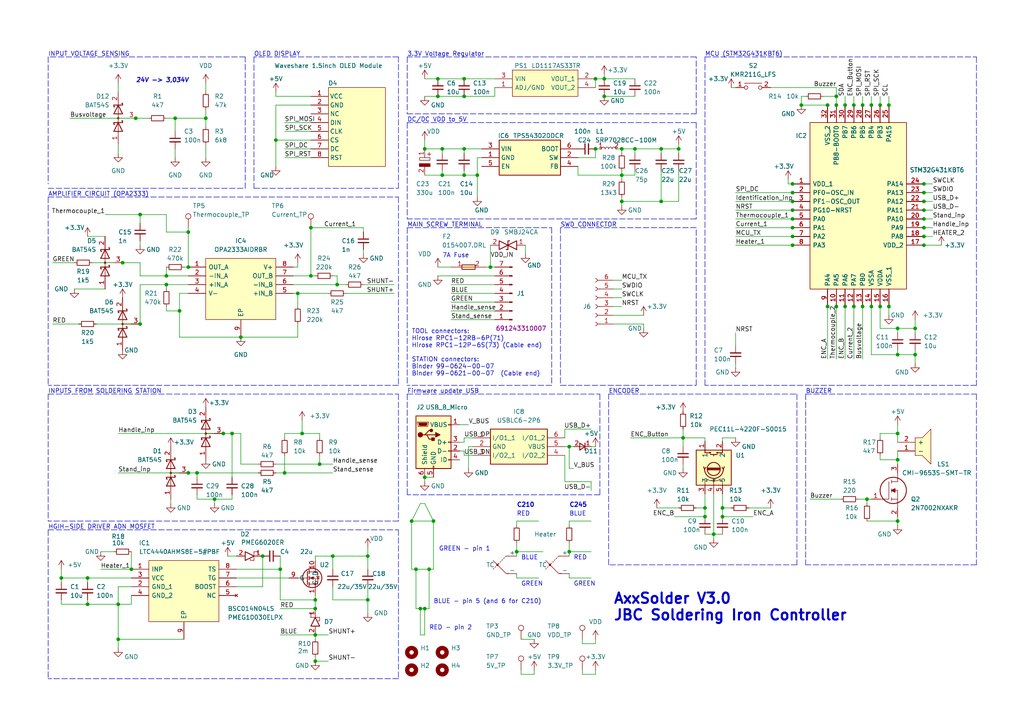
<source format=kicad_sch>
(kicad_sch (version 20230121) (generator eeschema)
  (paper "A4")
  (junction (at 123.19 176.53))
  (junction (at -80.01 166.37))
  (junction (at 81.28 165.1))
  (junction (at 260.35 151.13))
  (junction (at 204.47 149.86))
  (junction (at 229.87 63.5))
  (junction (at -62.23 121.92))
  (junction (at -6.35 168.91))
  (junction (at -54.61 125.73))
  (junction (at -57.15 189.23))
  (junction (at 82.55 137.16))
  (junction (at 69.85 97.79))
  (junction (at 54.61 137.16))
  (junction (at 242.57 27.94))
  (junction (at 267.97 58.42))
  (junction (at 245.11 30.48))
  (junction (at 86.36 85.09))
  (junction (at 91.44 176.53))
  (junction (at 267.97 55.88))
  (junction (at -127 134.62))
  (junction (at 127 22.86))
  (junction (at 209.55 147.32))
  (junction (at 191.77 58.42))
  (junction (at 267.97 63.5))
  (junction (at 40.64 93.98))
  (junction (at -16.51 156.21))
  (junction (at 260.35 102.87))
  (junction (at 17.78 167.64))
  (junction (at 106.68 161.29))
  (junction (at 134.62 43.18))
  (junction (at 138.43 50.8))
  (junction (at 267.97 60.96))
  (junction (at 255.27 30.48))
  (junction (at 267.97 68.58))
  (junction (at 204.47 147.32))
  (junction (at 50.8 34.29))
  (junction (at 250.19 88.9))
  (junction (at 245.11 88.9))
  (junction (at 184.15 43.18))
  (junction (at -52.07 189.23))
  (junction (at 87.63 125.73))
  (junction (at 260.35 95.25))
  (junction (at -81.28 195.58))
  (junction (at 265.43 95.25))
  (junction (at 149.86 160.02))
  (junction (at 240.03 88.9))
  (junction (at 232.41 30.48))
  (junction (at 142.24 77.47))
  (junction (at 119.38 151.13))
  (junction (at -53.34 121.92))
  (junction (at 257.81 30.48))
  (junction (at 240.03 30.48))
  (junction (at 267.97 53.34))
  (junction (at 267.97 66.04))
  (junction (at -53.34 119.38))
  (junction (at 97.79 82.55))
  (junction (at 39.37 34.29))
  (junction (at 125.73 151.13))
  (junction (at -80.01 158.75))
  (junction (at 120.65 165.1))
  (junction (at 207.01 154.94))
  (junction (at 48.26 80.01))
  (junction (at -76.2 193.04))
  (junction (at 128.27 43.18))
  (junction (at 134.62 27.94))
  (junction (at 229.87 58.42))
  (junction (at 260.35 133.35))
  (junction (at 229.87 71.12))
  (junction (at 229.87 68.58))
  (junction (at 35.56 76.2))
  (junction (at 198.12 127))
  (junction (at 134.62 22.86))
  (junction (at 34.29 185.42))
  (junction (at 91.44 173.99))
  (junction (at 247.65 30.48))
  (junction (at 172.72 22.86))
  (junction (at 209.55 149.86))
  (junction (at 90.17 80.01))
  (junction (at -77.47 121.92))
  (junction (at 267.97 71.12))
  (junction (at 229.87 60.96))
  (junction (at -129.54 147.32))
  (junction (at 92.71 134.62))
  (junction (at 76.2 161.29))
  (junction (at 172.72 43.18))
  (junction (at 123.19 43.18))
  (junction (at -123.19 158.75))
  (junction (at 260.35 125.73))
  (junction (at 59.69 34.29))
  (junction (at 54.61 77.47))
  (junction (at 106.68 173.99))
  (junction (at 257.81 88.9))
  (junction (at 123.19 138.43))
  (junction (at 34.29 175.26))
  (junction (at 265.43 102.87))
  (junction (at -78.74 182.88))
  (junction (at 229.87 66.04))
  (junction (at 242.57 88.9))
  (junction (at 242.57 30.48))
  (junction (at 250.19 30.48))
  (junction (at 128.27 50.8))
  (junction (at 251.46 144.78))
  (junction (at 57.15 137.16))
  (junction (at 255.27 88.9))
  (junction (at 91.44 184.15))
  (junction (at -127 137.16))
  (junction (at 121.92 176.53))
  (junction (at 191.77 43.18))
  (junction (at 134.62 50.8))
  (junction (at -77.47 138.43))
  (junction (at 180.34 58.42))
  (junction (at 196.85 43.18))
  (junction (at 52.07 90.17))
  (junction (at -26.67 165.1))
  (junction (at 80.01 40.64))
  (junction (at 25.4 175.26))
  (junction (at 180.34 50.8))
  (junction (at 165.1 160.02))
  (junction (at 62.23 144.78))
  (junction (at 67.31 125.73))
  (junction (at -87.63 166.37))
  (junction (at 90.17 66.04))
  (junction (at 165.1 129.54))
  (junction (at 54.61 67.31))
  (junction (at 64.77 125.73))
  (junction (at 180.34 43.18))
  (junction (at 25.4 167.64))
  (junction (at -129.54 144.78))
  (junction (at -82.55 138.43))
  (junction (at 91.44 191.77))
  (junction (at -92.71 144.78))
  (junction (at -92.71 147.32))
  (junction (at 252.73 30.48))
  (junction (at 229.87 55.88))
  (junction (at 124.46 165.1))
  (junction (at -64.77 134.62))
  (junction (at 96.52 161.29))
  (junction (at 175.26 22.86))
  (junction (at 127 27.94))
  (junction (at -26.67 161.29))
  (junction (at 175.26 27.94))
  (junction (at 48.26 82.55))
  (junction (at -82.55 121.92))
  (junction (at 247.65 88.9))
  (junction (at 40.64 62.23))
  (junction (at 229.87 53.34))
  (junction (at 252.73 88.9))
  (junction (at 38.1 165.1))
  (junction (at -93.98 127))
  (wire (pts (xy 172.72 129.54) (xy 171.45 129.54)))
  (wire (pts (xy 167.64 50.8) (xy 180.34 50.8)))
  (wire (pts (xy -53.34 119.38) (xy -53.34 121.92)))
  (wire (pts (xy -76.2 193.04) (xy -64.77 193.04)))
  (polyline (pts (xy 233.68 114.3) (xy 283.21 114.3)) (stroke (width 0) (type dash)))
  (wire (pts (xy 52.07 85.09) (xy 54.61 85.09)))
  (wire (pts (xy 96.52 170.18) (xy 96.52 173.99)))
  (polyline (pts (xy 13.97 153.67) (xy 115.57 153.67)) (stroke (width 0) (type dash)))
  (wire (pts (xy 121.92 176.53) (xy 121.92 184.15)))
  (wire (pts (xy 80.01 134.62) (xy 92.71 134.62)))
  (wire (pts (xy -127 135.89) (xy -127 137.16)))
  (wire (pts (xy 255.27 132.08) (xy 255.27 133.35)))
  (wire (pts (xy 165.1 167.64) (xy 165.1 166.37)))
  (wire (pts (xy 69.85 134.62) (xy 69.85 125.73)))
  (wire (pts (xy 68.58 167.64) (xy 83.82 167.64)))
  (wire (pts (xy 106.68 173.99) (xy 106.68 177.8)))
  (wire (pts (xy 134.62 130.81) (xy 134.62 132.08)))
  (wire (pts (xy 217.17 147.32) (xy 223.52 147.32)))
  (wire (pts (xy 124.46 165.1) (xy 124.46 176.53)))
  (wire (pts (xy 80.01 30.48) (xy 80.01 40.64)))
  (wire (pts (xy 166.37 135.89) (xy 165.1 135.89)))
  (wire (pts (xy 59.69 34.29) (xy 59.69 36.83)))
  (wire (pts (xy 85.09 82.55) (xy 97.79 82.55)))
  (polyline (pts (xy 118.11 114.3) (xy 118.11 143.51)) (stroke (width 0) (type dash)))
  (wire (pts (xy 17.78 175.26) (xy 17.78 173.99)))
  (wire (pts (xy 204.47 147.32) (xy 201.93 147.32)))
  (wire (pts (xy 82.55 45.72) (xy 90.17 45.72)))
  (wire (pts (xy 105.41 73.66) (xy 105.41 72.39)))
  (polyline (pts (xy 201.93 66.04) (xy 162.56 66.04)) (stroke (width 0) (type dash)))
  (wire (pts (xy 40.64 76.2) (xy 40.64 80.01)))
  (wire (pts (xy -46.99 125.73) (xy -54.61 125.73)))
  (wire (pts (xy 130.81 90.17) (xy 143.51 90.17)))
  (wire (pts (xy 209.55 149.86) (xy 209.55 147.32)))
  (wire (pts (xy 267.97 63.5) (xy 270.51 63.5)))
  (wire (pts (xy 267.97 71.12) (xy 273.05 71.12)))
  (wire (pts (xy -59.69 184.15) (xy -6.35 184.15)))
  (wire (pts (xy -57.15 189.23) (xy -57.15 196.85)))
  (wire (pts (xy 138.43 45.72) (xy 139.7 45.72)))
  (polyline (pts (xy 115.57 54.61) (xy 115.57 16.51)) (stroke (width 0) (type dash)))
  (wire (pts (xy 209.55 143.256) (xy 209.55 147.32)))
  (wire (pts (xy -54.61 132.08) (xy -54.61 137.16)))
  (wire (pts (xy 40.64 93.98) (xy 40.64 82.55)))
  (wire (pts (xy 48.26 34.29) (xy 50.8 34.29)))
  (wire (pts (xy 120.65 165.1) (xy 124.46 165.1)))
  (wire (pts (xy 168.91 194.31) (xy 168.91 195.58)))
  (wire (pts (xy 133.35 123.19) (xy 135.89 123.19)))
  (wire (pts (xy 86.36 88.9) (xy 86.36 85.09)))
  (wire (pts (xy 165.1 129.54) (xy 163.83 129.54)))
  (wire (pts (xy 80.01 27.94) (xy 80.01 26.67)))
  (wire (pts (xy 128.27 49.53) (xy 128.27 50.8)))
  (wire (pts (xy 38.1 175.26) (xy 38.1 172.72)))
  (wire (pts (xy 267.97 58.42) (xy 270.51 58.42)))
  (wire (pts (xy 48.26 82.55) (xy 48.26 83.82)))
  (wire (pts (xy 177.8 86.36) (xy 180.34 86.36)))
  (wire (pts (xy -129.54 147.32) (xy -129.54 149.86)))
  (wire (pts (xy 265.43 92.71) (xy 265.43 95.25)))
  (wire (pts (xy -138.43 158.75) (xy -123.19 158.75)))
  (wire (pts (xy -134.62 133.35) (xy -134.62 134.62)))
  (wire (pts (xy -127 142.24) (xy -129.54 142.24)))
  (wire (pts (xy 106.68 165.1) (xy 106.68 161.29)))
  (wire (pts (xy -144.78 138.43) (xy -134.62 138.43)))
  (wire (pts (xy 260.35 149.86) (xy 260.35 151.13)))
  (wire (pts (xy 25.4 167.64) (xy 38.1 167.64)))
  (polyline (pts (xy 71.12 16.51) (xy 13.97 16.51)) (stroke (width 0) (type dash)))
  (wire (pts (xy -77.47 156.21) (xy -80.01 156.21)))
  (wire (pts (xy 134.62 27.94) (xy 143.51 27.94)))
  (polyline (pts (xy 118.11 35.56) (xy 118.11 63.5)) (stroke (width 0) (type dash)))
  (wire (pts (xy -129.54 142.24) (xy -129.54 144.78)))
  (polyline (pts (xy 176.53 163.83) (xy 176.53 114.3)) (stroke (width 0) (type dash)))
  (wire (pts (xy 34.29 185.42) (xy 53.34 185.42)))
  (wire (pts (xy -26.67 161.29) (xy -24.13 161.29)))
  (wire (pts (xy 180.34 59.69) (xy 180.34 58.42)))
  (wire (pts (xy 67.31 125.73) (xy 67.31 138.43)))
  (wire (pts (xy 267.97 66.04) (xy 270.51 66.04)))
  (wire (pts (xy 134.62 127) (xy 134.62 128.27)))
  (wire (pts (xy 191.77 44.45) (xy 191.77 43.18)))
  (wire (pts (xy -24.13 168.91) (xy -26.67 168.91)))
  (wire (pts (xy 195.58 149.86) (xy 204.47 149.86)))
  (wire (pts (xy -62.23 121.92) (xy -53.34 121.92)))
  (wire (pts (xy 40.64 69.85) (xy 40.64 71.12)))
  (wire (pts (xy 172.72 22.86) (xy 172.72 25.4)))
  (polyline (pts (xy 13.97 57.15) (xy 115.57 57.15)) (stroke (width 0) (type dash)))
  (wire (pts (xy 48.26 90.17) (xy 52.07 90.17)))
  (wire (pts (xy 57.15 137.16) (xy 57.15 138.43)))
  (wire (pts (xy -76.2 193.04) (xy -76.2 191.77)))
  (wire (pts (xy 123.19 184.15) (xy 121.92 184.15)))
  (wire (pts (xy -26.67 168.91) (xy -26.67 165.1)))
  (wire (pts (xy 119.38 151.13) (xy 125.73 151.13)))
  (wire (pts (xy 267.97 53.34) (xy 270.51 53.34)))
  (wire (pts (xy 247.65 88.9) (xy 247.65 104.14)))
  (wire (pts (xy 59.69 41.91) (xy 59.69 45.72)))
  (polyline (pts (xy 201.93 111.76) (xy 201.93 66.04)) (stroke (width 0) (type dash)))
  (wire (pts (xy 260.35 123.19) (xy 260.35 125.73)))
  (wire (pts (xy 133.35 130.81) (xy 134.62 130.81)))
  (wire (pts (xy -134.62 134.62) (xy -127 134.62)))
  (wire (pts (xy 212.09 25.4) (xy 213.36 25.4)))
  (wire (pts (xy -64.77 181.61) (xy -64.77 193.04)))
  (wire (pts (xy 120.65 165.1) (xy 119.38 165.1)))
  (wire (pts (xy 240.03 88.9) (xy 240.03 104.14)))
  (wire (pts (xy 52.07 90.17) (xy 52.07 85.09)))
  (wire (pts (xy 165.1 151.13) (xy 165.1 152.4)))
  (wire (pts (xy -80.01 166.37) (xy -87.63 166.37)))
  (wire (pts (xy 120.65 165.1) (xy 120.65 176.53)))
  (wire (pts (xy 207.01 154.94) (xy 207.01 156.21)))
  (wire (pts (xy 255.27 95.25) (xy 255.27 88.9)))
  (wire (pts (xy -6.35 184.15) (xy -6.35 175.26)))
  (wire (pts (xy 134.62 49.53) (xy 134.62 50.8)))
  (wire (pts (xy 20.32 34.29) (xy 39.37 34.29)))
  (wire (pts (xy 149.86 151.13) (xy 149.86 152.4)))
  (wire (pts (xy 134.62 43.18) (xy 139.7 43.18)))
  (wire (pts (xy -80.01 163.83) (xy -80.01 166.37)))
  (wire (pts (xy 171.45 124.46) (xy 163.83 124.46)))
  (polyline (pts (xy 118.11 66.04) (xy 118.11 111.76)) (stroke (width 0) (type dash)))
  (polyline (pts (xy 115.57 57.15) (xy 115.57 111.76)) (stroke (width 0) (type dash)))
  (wire (pts (xy 156.21 167.64) (xy 149.86 167.64)))
  (wire (pts (xy -96.52 142.24) (xy -92.71 142.24)))
  (wire (pts (xy 172.72 194.31) (xy 172.72 195.58)))
  (wire (pts (xy 85.09 80.01) (xy 90.17 80.01)))
  (wire (pts (xy 81.28 165.1) (xy 81.28 161.29)))
  (wire (pts (xy -76.2 182.88) (xy -78.74 182.88)))
  (wire (pts (xy 134.62 22.86) (xy 143.51 22.86)))
  (polyline (pts (xy 13.97 16.51) (xy 13.97 53.34)) (stroke (width 0) (type dash)))
  (wire (pts (xy 165.1 157.48) (xy 165.1 160.02)))
  (wire (pts (xy 137.16 127) (xy 134.62 127)))
  (wire (pts (xy -92.71 144.78) (xy -92.71 147.32)))
  (wire (pts (xy 260.35 95.25) (xy 255.27 95.25)))
  (wire (pts (xy 252.73 102.87) (xy 260.35 102.87)))
  (wire (pts (xy -87.63 132.08) (xy -87.63 166.37)))
  (wire (pts (xy 260.35 101.6) (xy 260.35 102.87)))
  (wire (pts (xy 123.19 43.18) (xy 128.27 43.18)))
  (wire (pts (xy 257.81 91.44) (xy 257.81 88.9)))
  (polyline (pts (xy 231.14 114.3) (xy 231.14 163.83)) (stroke (width 0) (type dash)))
  (wire (pts (xy -129.54 144.78) (xy -129.54 147.32)))
  (wire (pts (xy 125.73 151.13) (xy 125.73 165.1)))
  (wire (pts (xy 260.35 151.13) (xy 260.35 152.4)))
  (wire (pts (xy 250.19 88.9) (xy 250.19 104.14)))
  (wire (pts (xy -77.47 168.91) (xy -77.47 171.45)))
  (wire (pts (xy 91.44 161.29) (xy 91.44 162.56)))
  (wire (pts (xy 91.44 172.72) (xy 91.44 173.99)))
  (wire (pts (xy -81.28 182.88) (xy -81.28 186.69)))
  (wire (pts (xy -19.05 161.29) (xy -16.51 161.29)))
  (wire (pts (xy 127 22.86) (xy 134.62 22.86)))
  (wire (pts (xy 138.43 50.8) (xy 138.43 45.72)))
  (wire (pts (xy 168.91 195.58) (xy 172.72 195.58)))
  (wire (pts (xy 69.85 134.62) (xy 74.93 134.62)))
  (wire (pts (xy 90.17 66.04) (xy 90.17 80.01)))
  (wire (pts (xy -78.74 182.88) (xy -81.28 182.88)))
  (wire (pts (xy 25.4 167.64) (xy 25.4 168.91)))
  (wire (pts (xy 184.15 43.18) (xy 191.77 43.18)))
  (wire (pts (xy 251.46 151.13) (xy 260.35 151.13)))
  (wire (pts (xy 138.43 57.15) (xy 138.43 50.8)))
  (wire (pts (xy 191.77 43.18) (xy 196.85 43.18)))
  (wire (pts (xy 143.51 27.94) (xy 143.51 25.4)))
  (wire (pts (xy -77.47 138.43) (xy -82.55 138.43)))
  (wire (pts (xy -29.21 121.92) (xy -27.94 121.92)))
  (wire (pts (xy 196.85 58.42) (xy 191.77 58.42)))
  (wire (pts (xy -123.19 173.99) (xy -123.19 158.75)))
  (polyline (pts (xy 231.14 163.83) (xy 176.53 163.83)) (stroke (width 0) (type dash)))
  (wire (pts (xy -54.61 127) (xy -54.61 125.73)))
  (polyline (pts (xy 118.11 33.02) (xy 201.93 33.02)) (stroke (width 0) (type dash)))
  (wire (pts (xy -96.52 127) (xy -93.98 127)))
  (wire (pts (xy 260.35 133.35) (xy 260.35 134.62)))
  (wire (pts (xy 142.24 71.12) (xy 142.24 77.47)))
  (wire (pts (xy 81.28 176.53) (xy 91.44 176.53)))
  (wire (pts (xy 228.6 52.07) (xy 228.6 53.34)))
  (wire (pts (xy 255.27 133.35) (xy 260.35 133.35)))
  (wire (pts (xy -59.69 132.08) (xy -59.69 137.16)))
  (wire (pts (xy 66.04 161.29) (xy 68.58 161.29)))
  (polyline (pts (xy 283.21 163.83) (xy 233.68 163.83)) (stroke (width 0) (type dash)))
  (wire (pts (xy 213.36 96.52) (xy 213.36 100.33)))
  (wire (pts (xy 90.17 66.04) (xy 105.41 66.04)))
  (wire (pts (xy 121.92 176.53) (xy 120.65 176.53)))
  (wire (pts (xy 90.17 30.48) (xy 80.01 30.48)))
  (wire (pts (xy 171.45 139.7) (xy 163.83 139.7)))
  (wire (pts (xy 180.34 50.8) (xy 180.34 49.53)))
  (wire (pts (xy 25.4 175.26) (xy 25.4 173.99)))
  (wire (pts (xy -26.67 161.29) (xy -26.67 165.1)))
  (wire (pts (xy -80.01 156.21) (xy -80.01 158.75)))
  (wire (pts (xy 48.26 77.47) (xy 48.26 80.01)))
  (wire (pts (xy -123.19 158.75) (xy -80.01 158.75)))
  (polyline (pts (xy 115.57 111.76) (xy 13.97 111.76)) (stroke (width 0) (type dash)))
  (wire (pts (xy 114.3 85.09) (xy 100.33 85.09)))
  (polyline (pts (xy 115.57 16.51) (xy 73.66 16.51)) (stroke (width 0) (type dash)))
  (wire (pts (xy 163.83 124.46) (xy 163.83 127)))
  (wire (pts (xy 59.69 24.13) (xy 59.69 26.67)))
  (wire (pts (xy 180.34 43.18) (xy 184.15 43.18)))
  (wire (pts (xy -52.07 181.61) (xy -52.07 189.23)))
  (wire (pts (xy 91.44 173.99) (xy 91.44 176.53)))
  (polyline (pts (xy 160.02 66.04) (xy 160.02 111.76)) (stroke (width 0) (type dash)))
  (wire (pts (xy 213.36 55.88) (xy 229.87 55.88)))
  (wire (pts (xy -6.35 167.64) (xy -6.35 168.91)))
  (wire (pts (xy 213.36 60.96) (xy 229.87 60.96)))
  (wire (pts (xy 260.35 95.25) (xy 260.35 96.52)))
  (polyline (pts (xy 115.57 153.67) (xy 115.57 196.85)) (stroke (width 0) (type dash)))
  (wire (pts (xy 267.97 68.58) (xy 270.51 68.58)))
  (wire (pts (xy 123.19 146.05) (xy 125.73 151.13)))
  (wire (pts (xy 168.91 185.42) (xy 168.91 186.69)))
  (wire (pts (xy 180.34 52.07) (xy 180.34 50.8)))
  (wire (pts (xy 130.81 82.55) (xy 143.51 82.55)))
  (wire (pts (xy 86.36 77.47) (xy 85.09 77.47)))
  (wire (pts (xy 177.8 93.98) (xy 186.69 93.98)))
  (wire (pts (xy 209.55 149.86) (xy 218.44 149.86)))
  (wire (pts (xy -127 134.62) (xy -96.52 134.62)))
  (wire (pts (xy 267.97 55.88) (xy 270.51 55.88)))
  (wire (pts (xy 172.72 43.18) (xy 172.72 45.72)))
  (wire (pts (xy 57.15 144.78) (xy 62.23 144.78)))
  (wire (pts (xy 82.55 125.73) (xy 87.63 125.73)))
  (wire (pts (xy -35.56 168.91) (xy -35.56 189.23)))
  (polyline (pts (xy 73.66 54.61) (xy 115.57 54.61)) (stroke (width 0) (type dash)))
  (wire (pts (xy -77.47 163.83) (xy -80.01 163.83)))
  (wire (pts (xy 232.41 30.48) (xy 240.03 30.48)))
  (wire (pts (xy 245.11 27.94) (xy 245.11 30.48)))
  (wire (pts (xy -144.78 133.35) (xy -134.62 133.35)))
  (wire (pts (xy 172.72 43.18) (xy 173.99 43.18)))
  (wire (pts (xy 247.65 27.94) (xy 247.65 30.48)))
  (wire (pts (xy 140.97 77.47) (xy 142.24 77.47)))
  (wire (pts (xy 267.97 60.96) (xy 270.51 60.96)))
  (wire (pts (xy 49.53 146.05) (xy 49.53 144.78)))
  (wire (pts (xy -35.56 189.23) (xy -52.07 189.23)))
  (wire (pts (xy 165.1 160.02) (xy 171.45 160.02)))
  (wire (pts (xy 119.38 165.1) (xy 119.38 151.13)))
  (wire (pts (xy 198.12 129.54) (xy 198.12 127)))
  (wire (pts (xy 80.01 40.64) (xy 90.17 40.64)))
  (wire (pts (xy 165.1 160.02) (xy 165.1 161.29)))
  (wire (pts (xy 191.77 49.53) (xy 191.77 58.42)))
  (wire (pts (xy 81.28 165.1) (xy 81.28 173.99)))
  (wire (pts (xy 30.48 68.58) (xy 25.4 68.58)))
  (wire (pts (xy -6.35 168.91) (xy -10.16 168.91)))
  (wire (pts (xy 149.86 160.02) (xy 149.86 161.29)))
  (wire (pts (xy 123.19 176.53) (xy 123.19 184.15)))
  (wire (pts (xy 69.85 97.79) (xy 52.07 97.79)))
  (wire (pts (xy 265.43 105.41) (xy 265.43 102.87)))
  (wire (pts (xy -93.98 121.92) (xy -93.98 127)))
  (wire (pts (xy -127 147.32) (xy -129.54 147.32)))
  (polyline (pts (xy 115.57 151.13) (xy 13.97 151.13)) (stroke (width 0) (type dash)))
  (wire (pts (xy 260.35 102.87) (xy 265.43 102.87)))
  (wire (pts (xy 177.8 81.28) (xy 180.34 81.28)))
  (wire (pts (xy 265.43 102.87) (xy 265.43 101.6)))
  (wire (pts (xy -62.23 195.58) (xy -81.28 195.58)))
  (wire (pts (xy 134.62 50.8) (xy 138.43 50.8)))
  (wire (pts (xy -57.15 137.16) (xy -57.15 134.62)))
  (wire (pts (xy 168.91 186.69) (xy 172.72 186.69)))
  (wire (pts (xy 255.27 27.94) (xy 255.27 30.48)))
  (wire (pts (xy -138.43 132.08) (xy -127 132.08)))
  (wire (pts (xy 151.13 195.58) (xy 154.94 195.58)))
  (polyline (pts (xy 176.53 114.3) (xy 187.96 114.3)) (stroke (width 0) (type dash)))
  (wire (pts (xy 180.34 50.8) (xy 184.15 50.8)))
  (wire (pts (xy 76.2 170.18) (xy 68.58 170.18)))
  (wire (pts (xy 50.8 34.29) (xy 50.8 38.1)))
  (wire (pts (xy 213.36 66.04) (xy 229.87 66.04)))
  (wire (pts (xy 96.52 80.01) (xy 97.79 80.01)))
  (wire (pts (xy 92.71 127) (xy 92.71 125.73)))
  (wire (pts (xy 204.47 143.256) (xy 204.47 147.32)))
  (wire (pts (xy 86.36 93.98) (xy 86.36 97.79)))
  (wire (pts (xy -92.71 142.24) (xy -92.71 144.78)))
  (wire (pts (xy 38.1 175.26) (xy 34.29 175.26)))
  (wire (pts (xy 90.17 27.94) (xy 80.01 27.94)))
  (wire (pts (xy 213.36 58.42) (xy 229.87 58.42)))
  (wire (pts (xy -46.99 128.27) (xy -46.99 125.73)))
  (polyline (pts (xy 162.56 66.04) (xy 162.56 111.76)) (stroke (width 0) (type dash)))
  (wire (pts (xy 242.57 25.4) (xy 242.57 27.94)))
  (wire (pts (xy 48.26 80.01) (xy 54.61 80.01)))
  (wire (pts (xy 184.15 50.8) (xy 184.15 49.53)))
  (wire (pts (xy 52.07 90.17) (xy 52.07 97.79)))
  (wire (pts (xy 123.19 27.94) (xy 127 27.94)))
  (polyline (pts (xy 201.93 63.5) (xy 118.11 63.5)) (stroke (width 0) (type dash)))
  (wire (pts (xy 207.01 154.94) (xy 209.55 154.94)))
  (wire (pts (xy -83.82 171.45) (xy -85.09 171.45)))
  (wire (pts (xy 34.29 24.13) (xy 34.29 26.67)))
  (wire (pts (xy 209.55 127) (xy 213.36 127)))
  (wire (pts (xy 27.94 93.98) (xy 40.64 93.98)))
  (wire (pts (xy 106.68 173.99) (xy 106.68 170.18)))
  (wire (pts (xy 123.19 138.43) (xy 125.73 138.43)))
  (wire (pts (xy -19.05 168.91) (xy -15.24 168.91)))
  (wire (pts (xy -77.47 121.92) (xy -82.55 121.92)))
  (polyline (pts (xy 283.21 111.76) (xy 204.47 111.76)) (stroke (width 0) (type dash)))
  (wire (pts (xy 34.29 41.91) (xy 34.29 44.45)))
  (wire (pts (xy 62.23 144.78) (xy 62.23 146.05)))
  (polyline (pts (xy 13.97 114.3) (xy 13.97 151.13)) (stroke (width 0) (type dash)))
  (wire (pts (xy 25.4 175.26) (xy 34.29 175.26)))
  (wire (pts (xy -138.43 158.75) (xy -138.43 132.08)))
  (wire (pts (xy 255.27 125.73) (xy 255.27 127)))
  (wire (pts (xy 167.64 50.8) (xy 167.64 48.26)))
  (wire (pts (xy 123.19 40.64) (xy 123.19 43.18)))
  (wire (pts (xy 91.44 161.29) (xy 96.52 161.29)))
  (wire (pts (xy -30.48 116.84) (xy -27.94 116.84)))
  (wire (pts (xy 130.81 92.71) (xy 143.51 92.71)))
  (wire (pts (xy 134.62 43.18) (xy 134.62 44.45)))
  (wire (pts (xy -158.75 138.43) (xy -152.4 138.43)))
  (wire (pts (xy -83.82 172.72) (xy -83.82 171.45)))
  (wire (pts (xy 128.27 43.18) (xy 128.27 44.45)))
  (polyline (pts (xy 173.99 143.51) (xy 118.11 143.51)) (stroke (width 0) (type dash)))
  (wire (pts (xy 154.94 194.31) (xy 154.94 195.58)))
  (wire (pts (xy 35.56 76.2) (xy 40.64 76.2)))
  (wire (pts (xy 196.85 41.91) (xy 196.85 43.18)))
  (wire (pts (xy 179.07 43.18) (xy 180.34 43.18)))
  (wire (pts (xy 213.36 71.12) (xy 229.87 71.12)))
  (wire (pts (xy 156.21 151.13) (xy 149.86 151.13)))
  (wire (pts (xy 67.31 143.51) (xy 67.31 144.78)))
  (wire (pts (xy 171.45 142.24) (xy 171.45 139.7)))
  (wire (pts (xy 80.01 137.16) (xy 82.55 137.16)))
  (wire (pts (xy 207.01 143.256) (xy 207.01 154.94)))
  (wire (pts (xy 260.35 130.81) (xy 260.35 133.35)))
  (wire (pts (xy 265.43 95.25) (xy 265.43 96.52)))
  (wire (pts (xy -22.86 121.92) (xy -20.32 121.92)))
  (polyline (pts (xy 283.21 110.49) (xy 283.21 111.76)) (stroke (width 0) (type dash)))
  (wire (pts (xy 34.29 170.18) (xy 34.29 175.26)))
  (wire (pts (xy 40.64 62.23) (xy 40.64 64.77)))
  (wire (pts (xy 96.52 173.99) (xy 106.68 173.99)))
  (wire (pts (xy 177.8 88.9) (xy 180.34 88.9)))
  (wire (pts (xy -6.35 168.91) (xy -6.35 170.18)))
  (polyline (pts (xy 13.97 114.3) (xy 115.57 114.3)) (stroke (width 0) (type dash)))
  (wire (pts (xy 213.36 63.5) (xy 229.87 63.5)))
  (wire (pts (xy -62.23 181.61) (xy -62.23 195.58)))
  (wire (pts (xy 82.55 137.16) (xy 82.55 132.08)))
  (wire (pts (xy 81.28 184.15) (xy 91.44 184.15)))
  (wire (pts (xy 59.69 31.75) (xy 59.69 34.29)))
  (wire (pts (xy 82.55 35.56) (xy 90.17 35.56)))
  (wire (pts (xy 134.62 128.27) (xy 133.35 128.27)))
  (wire (pts (xy -27.94 156.21) (xy -16.51 156.21)))
  (wire (pts (xy -74.93 138.43) (xy -77.47 138.43)))
  (wire (pts (xy -77.47 132.08) (xy -77.47 138.43)))
  (wire (pts (xy 252.73 27.94) (xy 252.73 30.48)))
  (polyline (pts (xy 71.12 54.61) (xy 71.12 16.51)) (stroke (width 0) (type dash)))
  (wire (pts (xy -62.23 121.92) (xy -62.23 137.16)))
  (wire (pts (xy -96.52 132.08) (xy -87.63 132.08)))
  (wire (pts (xy 127 77.47) (xy 130.81 77.47)))
  (wire (pts (xy 54.61 66.04) (xy 54.61 67.31)))
  (wire (pts (xy -87.63 195.58) (xy -81.28 195.58)))
  (wire (pts (xy 127 27.94) (xy 134.62 27.94)))
  (wire (pts (xy -87.63 166.37) (xy -120.65 166.37)))
  (wire (pts (xy 34.29 175.26) (xy 34.29 185.42)))
  (wire (pts (xy -30.48 119.38) (xy -29.21 119.38)))
  (wire (pts (xy -29.21 119.38) (xy -29.21 121.92)))
  (wire (pts (xy 223.52 25.4) (xy 242.57 25.4)))
  (wire (pts (xy -59.69 125.73) (xy -59.69 127)))
  (wire (pts (xy 48.26 88.9) (xy 48.26 90.17)))
  (wire (pts (xy 34.29 185.42) (xy 34.29 187.96)))
  (wire (pts (xy 171.45 151.13) (xy 165.1 151.13)))
  (wire (pts (xy 130.81 85.09) (xy 143.51 85.09)))
  (wire (pts (xy -158.75 133.35) (xy -152.4 133.35)))
  (wire (pts (xy 80.01 40.64) (xy 80.01 48.26)))
  (wire (pts (xy -80.01 158.75) (xy -77.47 158.75)))
  (wire (pts (xy 64.77 125.73) (xy 67.31 125.73)))
  (wire (pts (xy 96.52 161.29) (xy 106.68 161.29)))
  (wire (pts (xy -36.83 156.21) (xy -33.02 156.21)))
  (wire (pts (xy 48.26 62.23) (xy 48.26 67.31)))
  (wire (pts (xy -77.47 127) (xy -77.47 121.92)))
  (polyline (pts (xy 73.66 16.51) (xy 73.66 54.61)) (stroke (width 0) (type dash)))
  (wire (pts (xy 17.78 165.1) (xy 17.78 167.64)))
  (wire (pts (xy -134.62 135.89) (xy -127 135.89)))
  (wire (pts (xy -93.98 129.54) (xy -93.98 127)))
  (wire (pts (xy 245.11 104.14) (xy 245.11 88.9)))
  (wire (pts (xy 204.47 149.86) (xy 204.47 147.32)))
  (wire (pts (xy 209.55 127) (xy 209.55 128.016)))
  (wire (pts (xy 242.57 88.9) (xy 242.57 104.14)))
  (wire (pts (xy 121.92 176.53) (xy 123.19 176.53)))
  (wire (pts (xy 184.15 44.45) (xy 184.15 43.18)))
  (wire (pts (xy 186.69 95.25) (xy 186.69 93.98)))
  (wire (pts (xy 53.34 77.47) (xy 54.61 77.47)))
  (wire (pts (xy 15.24 93.98) (xy 22.86 93.98)))
  (wire (pts (xy 40.64 82.55) (xy 48.26 82.55)))
  (wire (pts (xy -78.74 181.61) (xy -78.74 182.88)))
  (wire (pts (xy 29.21 160.02) (xy 33.02 160.02)))
  (wire (pts (xy 92.71 125.73) (xy 87.63 125.73)))
  (wire (pts (xy -82.55 137.16) (xy -82.55 138.43)))
  (polyline (pts (xy 115.57 114.3) (xy 115.57 151.13)) (stroke (width 0) (type dash)))
  (wire (pts (xy -64.77 134.62) (xy -64.77 137.16)))
  (wire (pts (xy 106.68 158.75) (xy 106.68 161.29)))
  (wire (pts (xy 149.86 160.02) (xy 157.48 160.02)))
  (polyline (pts (xy 201.93 33.02) (xy 201.93 16.51)) (stroke (width 0) (type dash)))
  (wire (pts (xy 96.52 137.16) (xy 82.55 137.16)))
  (wire (pts (xy 87.63 125.73) (xy 87.63 121.92)))
  (wire (pts (xy 248.92 144.78) (xy 251.46 144.78)))
  (wire (pts (xy 167.64 45.72) (xy 172.72 45.72)))
  (wire (pts (xy -57.15 189.23) (xy -52.07 189.23)))
  (wire (pts (xy 165.1 135.89) (xy 165.1 129.54)))
  (wire (pts (xy 48.26 82.55) (xy 54.61 82.55)))
  (wire (pts (xy 123.19 139.7) (xy 123.19 138.43)))
  (wire (pts (xy 97.79 80.01) (xy 97.79 82.55)))
  (wire (pts (xy -92.71 151.13) (xy -92.71 147.32)))
  (wire (pts (xy 17.78 175.26) (xy 25.4 175.26)))
  (wire (pts (xy 17.78 167.64) (xy 25.4 167.64)))
  (wire (pts (xy 40.64 80.01) (xy 48.26 80.01)))
  (polyline (pts (xy 118.11 66.04) (xy 160.02 66.04)) (stroke (width 0) (type dash)))
  (wire (pts (xy 105.41 66.04) (xy 105.41 67.31)))
  (wire (pts (xy 121.92 146.05) (xy 123.19 146.05)))
  (wire (pts (xy 123.19 50.8) (xy 128.27 50.8)))
  (wire (pts (xy 95.25 85.09) (xy 86.36 85.09)))
  (wire (pts (xy -16.51 156.21) (xy -13.97 156.21)))
  (wire (pts (xy 177.8 91.44) (xy 186.69 91.44)))
  (wire (pts (xy 251.46 144.78) (xy 251.46 146.05)))
  (wire (pts (xy 96.52 161.29) (xy 96.52 165.1)))
  (wire (pts (xy 67.31 125.73) (xy 69.85 125.73)))
  (polyline (pts (xy 187.96 114.3) (xy 231.14 114.3)) (stroke (width 0) (type dash)))
  (wire (pts (xy 228.6 53.34) (xy 229.87 53.34)))
  (wire (pts (xy 91.44 191.77) (xy 95.25 191.77)))
  (polyline (pts (xy 13.97 54.61) (xy 71.12 54.61)) (stroke (width 0) (type dash)))
  (wire (pts (xy 40.64 62.23) (xy 48.26 62.23)))
  (wire (pts (xy 166.37 129.54) (xy 165.1 129.54)))
  (wire (pts (xy 48.26 67.31) (xy 54.61 67.31)))
  (wire (pts (xy 149.86 167.64) (xy 149.86 166.37)))
  (wire (pts (xy 50.8 34.29) (xy 59.69 34.29)))
  (wire (pts (xy 92.71 134.62) (xy 92.71 132.08)))
  (wire (pts (xy -59.69 181.61) (xy -59.69 184.15)))
  (wire (pts (xy -27.94 161.29) (xy -26.67 161.29)))
  (wire (pts (xy 151.13 194.31) (xy 151.13 195.58)))
  (wire (pts (xy -82.55 138.43) (xy -82.55 139.7)))
  (wire (pts (xy 260.35 125.73) (xy 260.35 128.27)))
  (polyline (pts (xy 118.11 35.56) (xy 201.93 35.56)) (stroke (width 0) (type dash)))
  (wire (pts (xy 76.2 161.29) (xy 76.2 170.18)))
  (wire (pts (xy 128.27 43.18) (xy 134.62 43.18)))
  (wire (pts (xy 57.15 143.51) (xy 57.15 144.78)))
  (wire (pts (xy 85.09 85.09) (xy 86.36 85.09)))
  (wire (pts (xy 204.47 127) (xy 204.47 128.016)))
  (wire (pts (xy 252.73 88.9) (xy 252.73 102.87)))
  (wire (pts (xy 105.41 82.55) (xy 114.3 82.55)))
  (wire (pts (xy -82.55 121.92) (xy -93.98 121.92)))
  (wire (pts (xy 198.12 127) (xy 204.47 127)))
  (wire (pts (xy -53.34 116.84) (xy -53.34 119.38)))
  (wire (pts (xy 130.81 87.63) (xy 143.51 87.63)))
  (wire (pts (xy 180.34 58.42) (xy 180.34 57.15)))
  (wire (pts (xy 171.45 167.64) (xy 165.1 167.64)))
  (wire (pts (xy 62.23 144.78) (xy 67.31 144.78)))
  (wire (pts (xy 81.28 173.99) (xy 91.44 173.99)))
  (wire (pts (xy -54.61 125.73) (xy -59.69 125.73)))
  (wire (pts (xy 30.48 62.23) (xy 40.64 62.23)))
  (wire (pts (xy 39.37 34.29) (xy 43.18 34.29)))
  (wire (pts (xy 213.36 106.68) (xy 213.36 105.41)))
  (wire (pts (xy 242.57 27.94) (xy 242.57 30.48)))
  (wire (pts (xy 50.8 43.18) (xy 50.8 45.72)))
  (wire (pts (xy 38.1 165.1) (xy 29.21 165.1)))
  (wire (pts (xy 234.95 144.78) (xy 243.84 144.78)))
  (wire (pts (xy 149.86 157.48) (xy 149.86 160.02)))
  (wire (pts (xy 54.61 67.31) (xy 54.61 77.47)))
  (polyline (pts (xy 283.21 16.51) (xy 283.21 110.49)) (stroke (width 0) (type dash)))
  (polyline (pts (xy 115.57 196.85) (xy 13.97 196.85)) (stroke (width 0) (type dash)))
  (wire (pts (xy -77.47 121.92) (xy -62.23 121.92)))
  (wire (pts (xy 82.55 127) (xy 82.55 125.73)))
  (wire (pts (xy 34.29 170.18) (xy 38.1 170.18)))
  (wire (pts (xy -57.15 134.62) (xy -64.77 134.62)))
  (wire (pts (xy 182.88 127) (xy 198.12 127)))
  (wire (pts (xy 90.17 80.01) (xy 91.44 80.01)))
  (wire (pts (xy 175.26 22.86) (xy 184.15 22.86)))
  (wire (pts (xy 196.85 44.45) (xy 196.85 43.18)))
  (wire (pts (xy -129.54 144.78) (xy -127 144.78)))
  (wire (pts (xy 123.19 22.86) (xy 127 22.86)))
  (wire (pts (xy -25.4 165.1) (xy -26.67 165.1)))
  (wire (pts (xy 119.38 151.13) (xy 121.92 146.05)))
  (wire (pts (xy 82.55 38.1) (xy 90.17 38.1)))
  (wire (pts (xy 180.34 44.45) (xy 180.34 43.18)))
  (wire (pts (xy 15.24 76.2) (xy 21.59 76.2)))
  (wire (pts (xy 125.73 165.1) (xy 124.46 165.1)))
  (wire (pts (xy 251.46 144.78) (xy 252.73 144.78)))
  (wire (pts (xy 91.44 185.42) (xy 91.44 184.15)))
  (wire (pts (xy 86.36 76.2) (xy 86.36 77.47)))
  (wire (pts (xy 54.61 137.16) (xy 57.15 137.16)))
  (wire (pts (xy 96.52 134.62) (xy 92.71 134.62)))
  (wire (pts (xy -87.63 193.04) (xy -76.2 193.04)))
  (wire (pts (xy 232.41 27.94) (xy 233.68 27.94)))
  (wire (pts (xy 91.44 184.15) (xy 95.25 184.15)))
  (wire (pts (xy 152.4 71.12) (xy 152.4 73.66)))
  (wire (pts (xy 124.46 176.53) (xy 123.19 176.53)))
  (wire (pts (xy 177.8 83.82) (xy 180.34 83.82)))
  (polyline (pts (xy 118.11 16.51) (xy 118.11 33.02)) (stroke (width 0) (type dash)))
  (wire (pts (xy 250.19 27.94) (xy 250.19 30.48)))
  (polyline (pts (xy 201.93 35.56) (xy 201.93 63.5)) (stroke (width 0) (type dash)))
  (wire (pts (xy -74.93 134.62) (xy -74.93 138.43)))
  (wire (pts (xy 17.78 167.64) (xy 17.78 168.91)))
  (wire (pts (xy 163.83 139.7) (xy 163.83 132.08)))
  (wire (pts (xy 213.36 68.58) (xy 229.87 68.58)))
  (polyline (pts (xy 201.93 16.51) (xy 118.11 16.51)) (stroke (width 0) (type dash)))
  (wire (pts (xy 196.85 49.53) (xy 196.85 58.42)))
  (wire (pts (xy 204.47 154.94) (xy 207.01 154.94)))
  (polyline (pts (xy 204.47 16.51) (xy 283.21 16.51)) (stroke (width 0) (type dash)))
  (polyline (pts (xy 160.02 111.76) (xy 118.11 111.76)) (stroke (width 0) (type dash)))
  (wire (pts (xy 232.41 27.94) (xy 232.41 30.48)))
  (polyline (pts (xy 13.97 153.67) (xy 13.97 196.85)) (stroke (width 0) (type dash)))
  (polyline (pts (xy 162.56 111.76) (xy 201.93 111.76)) (stroke (width 0) (type dash)))
  (wire (pts (xy 257.81 27.94) (xy 257.81 30.48)))
  (wire (pts (xy -16.51 161.29) (xy -16.51 156.21)))
  (wire (pts (xy -120.65 173.99) (xy -123.19 173.99)))
  (polyline (pts (xy 173.99 114.3) (xy 173.99 143.51)) (stroke (width 0) (type dash)))
  (wire (pts (xy 82.55 43.18) (xy 90.17 43.18)))
  (wire (pts (xy 172.72 22.86) (xy 175.26 22.86)))
  (wire (pts (xy -92.71 147.32) (xy -96.52 147.32)))
  (wire (pts (xy 34.29 137.16) (xy 54.61 137.16)))
  (wire (pts (xy 135.89 135.89) (xy 135.89 129.54)))
  (wire (pts (xy -127 137.16) (xy -96.52 137.16)))
  (wire (pts (xy -96.52 129.54) (xy -93.98 129.54)))
  (wire (pts (xy -57.15 181.61) (xy -57.15 189.23)))
  (polyline (pts (xy 283.21 114.3) (xy 283.21 163.83)) (stroke (width 0) (type dash)))
  (wire (pts (xy 128.27 50.8) (xy 134.62 50.8)))
  (polyline (pts (xy 204.47 111.76) (xy 204.47 16.51)) (stroke (width 0) (type dash)))
  (wire (pts (xy 175.26 22.86) (xy 175.26 21.59)))
  (polyline (pts (xy 118.11 114.3) (xy 173.99 114.3)) (stroke (width 0) (type dash)))
  (wire (pts (xy -96.52 144.78) (xy -92.71 144.78)))
  (wire (pts (xy -36.83 161.29) (xy -33.02 161.29)))
  (wire (pts (xy 97.79 82.55) (xy 100.33 82.55)))
  (wire (pts (xy 198.12 135.89) (xy 198.12 134.62)))
  (wire (pts (xy -134.62 138.43) (xy -134.62 135.89)))
  (wire (pts (xy 57.15 137.16) (xy 74.93 137.16)))
  (wire (pts (xy -36.83 168.91) (xy -35.56 168.91)))
  (wire (pts (xy 26.67 76.2) (xy 35.56 76.2)))
  (wire (pts (xy 260.35 95.25) (xy 265.43 95.25)))
  (wire (pts (xy 255.27 125.73) (xy 260.35 125.73)))
  (wire (pts (xy 212.09 147.32) (xy 209.55 147.32)))
  (wire (pts (xy 34.29 125.73) (xy 64.77 125.73)))
  (wire (pts (xy 68.58 165.1) (xy 81.28 165.1)))
  (polyline (pts (xy 233.68 114.3) (xy 233.68 163.83)) (stroke (width 0) (type dash)))
  (wire (pts (xy -81.28 195.58) (xy -81.28 191.77)))
  (wire (pts (xy 86.36 97.79) (xy 69.85 97.79)))
  (wire (pts (xy -80.01 166.37) (xy -77.47 166.37)))
  (wire (pts (xy 175.26 27.94) (xy 184.15 27.94)))
  (wire (pts (xy -76.2 186.69) (xy -76.2 182.88)))
  (wire (pts (xy 190.5 147.32) (xy 196.85 147.32)))
  (wire (pts (xy 172.72 185.42) (xy 172.72 186.69)))
  (wire (pts (xy 38.1 160.02) (xy 38.1 165.1)))
  (wire (pts (xy 21.59 83.82) (xy 30.48 83.82)))
  (wire (pts (xy 198.12 124.46) (xy 198.12 127)))
  (polyline (pts (xy 13.97 57.15) (xy 13.97 111.76)) (stroke (width 0) (type dash)))
  (wire (pts (xy -64.77 134.62) (xy -74.93 134.62)))
  (wire (pts (xy 154.94 185.42) (xy 151.13 185.42)))
  (wire (pts (xy 134.62 132.08) (xy 137.16 132.08)))
  (wire (pts (xy 180.34 58.42) (xy 191.77 58.42)))
  (wire (pts (xy 242.57 27.94) (xy 238.76 27.94)))
  (wire (pts (xy -120.65 166.37) (xy -120.65 171.45)))
  (wire (pts (xy 91.44 190.5) (xy 91.44 191.77)))
  (wire (pts (xy 127 80.01) (xy 143.51 80.01)))
  (wire (pts (xy 142.24 77.47) (xy 143.51 77.47)))
  (wire (pts (xy 135.89 129.54) (xy 137.16 129.54)))
  (text "7A Fuse" (at 128.27 74.93 0) (effects (font (size 1.27 1.27)) (justify left bottom)))
  (text "C210" (at 149.86 147.32 0) (effects (font (size 1.27 1.27) (thickness 0.254) bold) (justify left bottom)))
  (text "Firmware update USB" (at 118.11 114.3 0) (effects (font (size 1.27 1.27)) (justify left bottom)))
  (text "MCU (STM32G431KBT6)" (at 204.47 16.51 0) (effects (font (size 1.27 1.27)) (justify left bottom)))
  (text "C245" (at 165.1 147.32 0) (effects (font (size 1.27 1.27) (thickness 0.254) bold) (justify left bottom)))
  (text "GREEN - pin 1" (at 142.24 160.02 0) (effects (font (size 1.27 1.27)) (justify right bottom)))
  (text "MAIN SCREW TERMINAL" (at 118.11 66.04 0) (effects (font (size 1.27 1.27)) (justify left bottom)))
  (text "AMPLIFIER CIRCUIT (OPA2333)" (at 13.97 57.15 0) (effects (font (size 1.27 1.27)) (justify left bottom)))
  (text "24V -> 3,034V" (at 39.37 24.13 0) (effects (font (size 1.27 1.27) (thickness 0.254) bold italic) (justify left bottom)))
  (text "INPUT VOLTAGE SENSING" (at 13.97 16.51 0) (effects (font (size 1.27 1.27)) (justify left bottom)))
  (text "ENCODER" (at 176.53 114.3 0) (effects (font (size 1.27 1.27)) (justify left bottom)))
  (text "SWD CONNECTOR" (at 162.56 66.04 0) (effects (font (size 1.27 1.27)) (justify left bottom)))
  (text "BLUE" (at 151.13 162.56 0) (effects (font (size 1.27 1.27)) (justify left bottom)))
  (text "BLUE - pin 5 (and 6 for C210)" (at 125.73 175.26 0) (effects (font (size 1.27 1.27)) (justify left bottom)))
  (text "GREEN" (at 166.37 170.18 0) (effects (font (size 1.27 1.27)) (justify left bottom)))
  (text "RED\n" (at 149.86 149.86 0) (effects (font (size 1.27 1.27)) (justify left bottom)))
  (text "BLUE" (at 165.1 149.86 0) (effects (font (size 1.27 1.27)) (justify left bottom)))
  (text "BUZZER" (at 233.68 114.3 0) (effects (font (size 1.27 1.27)) (justify left bottom)))
  (text "DC/DC VDD to 5V" (at 118.11 35.56 0) (effects (font (size 1.27 1.27)) (justify left bottom)))
  (text "AxxSolder V3.0\nJBC Soldering Iron Controller" (at 177.8 180.34 0) (effects (font (size 3 3) (thickness 0.6) bold) (justify left bottom)))
  (text "TOOL connectors: \nHirose RPC1-12RB-6P(71) \nHirose RPC1-12P-6S(73) (Cable end)\n\nSTATION connectors:\nBinder 99-0624-00-07\nBinder 99-0621-00-07  (Cable end)" (at 119.38 109.22 0) (effects (font (size 1.27 1.27)) (justify left bottom)))
  (text "GREEN" (at 151.13 170.18 0) (effects (font (size 1.27 1.27)) (justify left bottom)))
  (text "INPUTS FROM SOLDERING STATION" (at 13.97 114.3 0) (effects (font (size 1.27 1.27)) (justify left bottom)))
  (text "HGIH-SIDE DRIVER ADN MOSFET" (at 13.97 153.67 0) (effects (font (size 1.27 1.27)) (justify left bottom)))
  (text "RED - pin 2" (at 124.46 182.88 0) (effects (font (size 1.27 1.27)) (justify left bottom)))
  (text "RED" (at 166.37 162.56 0) (effects (font (size 1.27 1.27)) (justify left bottom)))
  (text "3.3V Voltage Regulator" (at 118.11 16.51 0) (effects (font (size 1.27 1.27)) (justify left bottom)))
  (text "OLED DISPLAY" (at 73.66 16.51 0) (effects (font (size 1.27 1.27)) (justify left bottom)))
  (label "VBUS" (at -13.97 156.21 0))
  (label "Current_2" (at 247.65 104.14 90))
  (label "SPI_DC" (at 213.36 55.88 0))
  (label "ENC_A" (at 240.03 104.14 90))
  (label "USB_D+" (at 171.45 124.46 180))
  (label "SHUNT+" (at 95.25 184.15 0))
  (label "SHUNT-" (at 95.25 191.77 0))
  (label "Stand_inp" (at 34.29 137.16 0))
  (label "Thermocouple_2" (at 242.57 104.14 90))
  (label "Thermocouple_1" (at 30.48 62.23 180))
  (label "NRST" (at 213.36 60.96 0))
  (label "Busvoltage" (at 250.19 104.14 90))
  (label "Thermocouple_1" (at 213.36 63.5 0))
  (label "NRST" (at 213.36 96.52 0))
  (label "SPI_DC" (at 82.55 43.18 0))
  (label "BLUE" (at 130.81 85.09 0))
  (label "BLUE" (at 81.28 184.15 0))
  (label "SWCLK" (at 270.51 53.34 0))
  (label "MCU_TX" (at 213.36 68.58 0))
  (label "SCL" (at 257.81 27.94 90))
  (label "SPI_MOSI" (at 82.55 35.56 0))
  (label "USB_DN" (at 134.62 132.08 0))
  (label "Buzzer" (at 234.95 144.78 0))
  (label "Heater_1" (at 213.36 71.12 0))
  (label "VBUS" (at -60.96 121.92 0))
  (label "USB_DP" (at 134.62 127 0))
  (label "Handle_sense" (at 130.81 90.17 0))
  (label "SHUNT-" (at 114.3 82.55 180))
  (label "Heater_1" (at 29.21 165.1 0))
  (label "GREEN" (at 130.81 87.63 0))
  (label "SWDIO" (at 180.34 83.82 0))
  (label "Handle_inp" (at 270.51 66.04 0))
  (label "Identification_inp" (at 213.36 58.42 0))
  (label "USB_D-" (at 171.45 142.24 180))
  (label "Stand_sense" (at 130.81 92.71 0))
  (label "USB_DN" (at -158.75 138.43 0))
  (label "SPI_MOSI" (at 250.19 27.94 90))
  (label "Stand_sense" (at 96.52 137.16 0))
  (label "SWDIO" (at 270.51 55.88 0))
  (label "SPI_RST" (at 252.73 27.94 90))
  (label "ENC_B" (at 195.58 149.86 180))
  (label "SHUNT+" (at 114.3 85.09 180))
  (label "SCL" (at -87.63 193.04 0))
  (label "Buzzer" (at 242.57 25.4 180))
  (label "Busvoltage" (at 20.32 34.29 0))
  (label "SPI_RST" (at 82.55 45.72 0))
  (label "V_BUS" (at 135.89 123.19 0))
  (label "SPI_SCK" (at 82.55 38.1 0))
  (label "USB_D-" (at 270.51 60.96 0))
  (label "V_BUS" (at 166.37 135.89 0))
  (label "ENC_A" (at 218.44 149.86 0))
  (label "USB_D+" (at 270.51 58.42 0))
  (label "GREEN" (at 15.24 76.2 0))
  (label "SDA" (at -87.63 195.58 0))
  (label "SPI_SCK" (at 255.27 27.94 90))
  (label "Handle_inp" (at 34.29 125.73 0))
  (label "USB_DP" (at -158.75 133.35 0))
  (label "RED" (at 81.28 176.53 0))
  (label "USB_PD_GATE" (at -25.4 165.1 0))
  (label "RED" (at 130.81 82.55 0))
  (label "ENC_Button" (at 182.88 127 0))
  (label "RED" (at 15.24 93.98 0))
  (label "ENC_B" (at 245.11 104.14 90))
  (label "Current_1" (at 213.36 66.04 0))
  (label "USB_PD_GATE" (at -27.94 116.84 0))
  (label "Stand_inp" (at 270.51 63.5 0))
  (label "VDD_IN" (at 142.24 74.93 0))
  (label "HEATER_2" (at 270.51 68.58 0))
  (label "SWCLK" (at 180.34 86.36 0))
  (label "ENC_Button" (at 247.65 27.94 90))
  (label "Current_1" (at 93.98 66.04 0))
  (label "VDD_IN" (at -20.32 121.92 0))
  (label "NRST" (at 180.34 88.9 0))
  (label "SDA" (at 245.11 27.94 90))
  (label "Handle_sense" (at 96.52 134.62 0))
  (label "MCU_TX" (at 180.34 81.28 0))
  (symbol (lib_id "power:+3.3V") (at 223.52 147.32 0) (unit 1)
    (property "Reference" "#PWR0120" (effects hide))
    (property "Value" "+3.3V" (at 223.52 142.24 0))
  )
  (symbol (lib_id "Device:R_Small") (at 180.34 54.61 0) (unit 1)
    (property "Reference" "R29" (at 176.53 53.34 0))
    (property "Value" "13k3" (at 176.53 55.88 0))
    (property "Footprint" "Resistor_SMD:R_0805_2012Metric" (effects hide))
    (property "Manufacturer_Name" "Panasonic" (effects hide))
    (property "Manufacturer_Part_Number" "ERJ-6ENF1332V" (effects hide))
  )
  (symbol (lib_id "power:GND") (at 21.59 83.82 0) (unit 1)
    (property "Reference" "#PWR0149" (effects hide))
    (property "Value" "GND" (at 17.78 83.82 0))
  )
  (symbol (lib_id "Device:C_Small") (at 106.68 167.64 0) (unit 1)
    (property "Reference" "C18" (at 107.95 166.3762 0) (effects (justify left)))
    (property "Value" "22u/35V" (at 106.68 170.18 0) (effects (justify left)))
    (property "Footprint" "Capacitor_SMD:C_1206_3216Metric" (effects hide))
    (property "Manufacturer_Name" "TDK" (effects hide))
    (property "Manufacturer_Part_Number" "C3216X5R1V226M160AC" (effects hide))
  )
  (symbol (lib_id "power:+3.3V") (at 273.05 71.12 0) (unit 1)
    (property "Reference" "#PWR0134" (effects hide))
    (property "Value" "+3.3V" (at 276.86 71.12 0))
  )
  (symbol (lib_id "CMI-9653S-SMT-TR:CMI-9653S-SMT-TR") (at 260.35 128.27 0) (unit 1)
    (property "Reference" "LS1" (at 271.78 134.62 0) (effects (justify left)))
    (property "Value" "CMI-9653S-SMT-TR" (at 261.62 137.16 0) (effects (justify left)))
    (property "Footprint" "CMI-9653S-SMT-TR:CMI9653SSMTTR" (effects hide))
    (property "Datasheet" "https://componentsearchengine.com/Datasheets/1/CMI-9653S-SMT-TR.pdf" (effects hide))
    (property "Description" "Audio Indicators & Alerts Buzzer 9.6mm sq 2.7kHz 3V SMT" (effects hide))
    (property "Height" "5" (effects hide))
    (property "Mouser Part Number" "490-CMI-9653S-SMT-TR" (effects hide))
    (property "Mouser Price/Stock" "https://www.mouser.co.uk/ProductDetail/CUI-Devices/CMI-9653S-SMT-TR?qs=qCxwlXJ4fnz7UpLQu8UKbg%3D%3D" (effects hide))
    (property "Manufacturer_Name" "CUI Devices" (effects hide))
    (property "Manufacturer_Part_Number" "CMI-9653S-SMT-TR" (effects hide))
  )
  (symbol (lib_id "Device:R_Small") (at 59.69 29.21 0) (unit 1)
    (property "Reference" "R2" (at 62.23 27.9399 0) (effects (justify left)))
    (property "Value" "47k" (at 62.23 30.4799 0) (effects (justify left)))
    (property "Footprint" "Resistor_SMD:R_0805_2012Metric" (effects hide))
    (property "Manufacturer_Name" "Panasonic" (effects hide))
    (property "Manufacturer_Part_Number" "ERJ-6ENF4702V" (effects hide))
  )
  (symbol (lib_id "power:+3.3V") (at 59.69 118.11 0) (unit 1)
    (property "Reference" "#PWR0115" (effects hide))
    (property "Value" "+3.3V" (at 63.5 116.84 0))
  )
  (symbol (lib_id "Device:C_Small") (at 175.26 25.4 0) (unit 1)
    (property "Reference" "C19" (at 177.8 24.13 0) (effects (justify left)))
    (property "Value" "10u" (at 177.8 26.67 0) (effects (justify left)))
    (property "Footprint" "Capacitor_SMD:C_0805_2012Metric" (effects hide))
    (property "Manufacturer_Name" "Murata Electronics" (effects hide))
    (property "Manufacturer_Part_Number" "GRM21BR6YA106ME43L" (effects hide))
  )
  (symbol (lib_id "Mechanical:MountingHole") (at 128.27 189.23 0) (unit 1) (in_bom no) (on_board no)
    (property "Reference" "H3" (at 130.81 187.9599 0) (effects (justify left)))
    (property "Value" "MountingHole" (effects hide))
    (property "Footprint" "MountingHole:MountingHole_3mm" (effects hide))
    (property "Assembly Comment" "N/A" (effects hide))
  )
  (symbol (lib_id "Connector:Conn_01x06_Socket") (at 172.72 88.9 180) (unit 1)
    (property "Reference" "J6" (at 171.45 88.9 0) (effects (justify left)))
    (property "Value" "Conn_01x06_Socket" (effects hide))
    (property "Footprint" "Connector_PinSocket_2.54mm:PinSocket_1x06_P2.54mm_Vertical" (effects hide))
    (property "Manufacturer_Name" "Wurth Elektronik" (effects hide))
    (property "Manufacturer_Part_Number" "61300611821" (effects hide))
  )
  (symbol (lib_id "Device:Thermocouple") (at 147.32 163.83 0) (unit 1) (in_bom no) (on_board no)
    (property "Reference" "TC1" (effects hide))
    (property "Value" "TC" (at 142.24 163.83 0))
    (property "Assembly Comment" "N/A" (effects hide))
  )
  (symbol (lib_id "power:GND") (at -82.55 139.7 0) (unit 1)
    (property "Reference" "#PWR014" (effects hide))
    (property "Value" "GND" (at -78.74 142.24 0))
  )
  (symbol (lib_id "SRP7028CC-100M:SRP7028CC-100M") (at 173.99 43.18 0) (unit 1)
    (property "Reference" "L1" (at 173.99 38.1 0))
    (property "Value" "SRP7028CC-100M" (at 181.61 40.64 0))
    (property "Footprint" "SRP7028CC-100M:INDPM7366X300N" (effects hide))
    (property "Datasheet" "https://www.bourns.com/docs/Product-Datasheets/SRP7028CC.pdf" (effects hide))
    (property "Height" "3" (effects hide))
    (property "Manufacturer_Name" "Bourns" (effects hide))
    (property "Manufacturer_Part_Number" "SRP7028CC-100M" (effects hide))
  )
  (symbol (lib_id "Device:R_Small") (at 180.34 46.99 0) (unit 1)
    (property "Reference" "R28" (at 176.53 45.72 0))
    (property "Value" "100k" (at 176.53 48.26 0))
    (property "Footprint" "Resistor_SMD:R_0805_2012Metric" (effects hide))
    (property "Manufacturer_Name" "Panasonic" (effects hide))
    (property "Manufacturer_Part_Number" "ERJ-6ENF1003V" (effects hide))
  )
  (symbol (lib_id "Device:R_Small") (at 246.38 144.78 90) (unit 1)
    (property "Reference" "R15" (at 246.38 139.7 90))
    (property "Value" "220" (at 246.38 142.24 90))
    (property "Footprint" "Resistor_SMD:R_0805_2012Metric" (effects hide))
    (property "Manufacturer_Name" "Panasonic" (effects hide))
    (property "Manufacturer_Part_Number" "ERJ-6ENF2200V" (effects hide))
  )
  (symbol (lib_id "Device:C_Small") (at 127 25.4 180) (unit 1)
    (property "Reference" "C6" (at 129.54 24.1235 0) (effects (justify right)))
    (property "Value" "10u" (at 129.54 26.6635 0) (effects (justify right)))
    (property "Footprint" "Capacitor_SMD:C_0805_2012Metric" (effects hide))
    (property "Manufacturer_Name" "Murata Electronics" (effects hide))
    (property "Manufacturer_Part_Number" "GRM21BR6YA106ME43L" (effects hide))
  )
  (symbol (lib_id "Device:C_Small") (at 170.18 43.18 90) (unit 1)
    (property "Reference" "C24" (at 171.45 40.64 90) (effects (justify left)))
    (property "Value" "100n" (at 171.45 38.1 90) (effects (justify left)))
    (property "Footprint" "Capacitor_SMD:C_0805_2012Metric" (effects hide))
    (property "Manufacturer_Name" "Murata Electronics" (effects hide))
    (property "Manufacturer_Part_Number" "GRM21BR72A104KAC4L" (effects hide))
  )
  (symbol (lib_id "Device:C_Small") (at -77.47 129.54 180) (unit 1)
    (property "Reference" "C5" (at -73.66 129.54 0) (effects (justify right)))
    (property "Value" "10u" (at -73.66 132.08 0) (effects (justify right)))
    (property "Footprint" "Capacitor_SMD:C_0805_2012Metric" (effects hide))
    (property "Manufacturer_Name" "Murata Electronics" (effects hide))
    (property "Manufacturer_Part_Number" "GRM21BR6YA106ME43L" (effects hide))
  )
  (symbol (lib_id "Device:C_Small") (at -54.61 129.54 180) (unit 1)
    (property "Reference" "C30" (at -53.34 124.46 0) (effects (justify right)))
    (property "Value" "1u" (at -53.34 127 0) (effects (justify right)))
    (property "Footprint" "Capacitor_SMD:C_0805_2012Metric" (effects hide))
    (property "Manufacturer_Name" "Murata Electronics" (effects hide))
    (property "Manufacturer_Part_Number" "GRM21BC72A105KE01L" (effects hide))
  )
  (symbol (lib_id "Device:D_Schottky_Dual_Series_AKC") (at 30.48 76.2 90) (unit 1)
    (property "Reference" "D5" (at 27.94 69.85 90) (effects (justify left)))
    (property "Value" "BAT54S" (at 27.94 72.39 90) (effects (justify left)))
    (property "Footprint" "BAT54S,215:SOT95P230X110-3N" (effects hide))
    (property "Manufacturer_Name" "Diotec Semiconductor" (effects hide))
    (property "Manufacturer_Part_Number" "BAT54S" (effects hide))
  )
  (symbol (lib_id "Device:R_Small") (at 251.46 148.59 0) (unit 1)
    (property "Reference" "R16" (at 245.11 147.32 0) (effects (justify left)))
    (property "Value" "10k" (at 245.11 149.86 0) (effects (justify left)))
    (property "Footprint" "Resistor_SMD:R_0805_2012Metric" (effects hide))
    (property "Manufacturer_Name" "Panasonic" (effects hide))
    (property "Manufacturer_Part_Number" "ERJ-6ENF1002V" (effects hide))
  )
  (symbol (lib_id "power:GND") (at -46.99 128.27 0) (unit 1)
    (property "Reference" "#PWR016" (effects hide))
    (property "Value" "GND" (at -43.18 130.81 0))
  )
  (symbol (lib_id "power:+3.3V") (at 86.36 76.2 0) (unit 1)
    (property "Reference" "#PWR0158" (effects hide))
    (property "Value" "+3.3V" (at 85.09 71.12 0))
  )
  (symbol (lib_id "Device:D_Schottky_Dual_Series_AKC") (at 49.53 137.16 90) (unit 1)
    (property "Reference" "D1" (at 46.99 130.81 90) (effects (justify left)))
    (property "Value" "BAT54S" (at 46.99 133.35 90) (effects (justify left)))
    (property "Footprint" "BAT54S,215:SOT95P230X110-3N" (effects hide))
    (property "Manufacturer_Name" "Diotec Semiconductor" (effects hide))
    (property "Manufacturer_Part_Number" "BAT54S" (effects hide))
  )
  (symbol (lib_id "power:GND") (at 29.21 160.02 0) (unit 1)
    (property "Reference" "#PWR0160" (effects hide))
    (property "Value" "GND" (at 26.67 160.02 0))
  )
  (symbol (lib_id "power:+5V") (at 80.01 26.67 0) (unit 1)
    (property "Reference" "#PWR0146" (effects hide))
    (property "Value" "+5V" (at 80.01 22.86 0))
  )
  (symbol (lib_id "Jumper:SolderJumper_2_Open") (at -148.59 138.43 0) (unit 1)
    (property "Reference" "JP2" (at -152.4 140.97 0))
    (property "Value" "SolderJumper_2_Open" (at -152.4 143.51 0))
    (property "Footprint" "Jumper:SolderJumper-2_P1.3mm_Open_TrianglePad1.0x1.5mm" (effects hide))
  )
  (symbol (lib_id "power:+3.3V") (at 228.6 52.07 0) (unit 1)
    (property "Reference" "#PWR0141" (effects hide))
    (property "Value" "+3.3V" (at 227.33 48.26 0))
  )
  (symbol (lib_id "power:+3.3V") (at 34.29 24.13 0) (unit 1)
    (property "Reference" "#PWR0112" (effects hide))
    (property "Value" "+3.3V" (at 34.29 19.05 0))
  )
  (symbol (lib_id "Connector:Conn_01x07_Male") (at 148.59 85.09 180) (unit 1)
    (property "Reference" "J1" (at 149.86 85.09 0) (effects (justify right)))
    (property "Value" "Conn_01x07_Male" (effects hide))
    (property "Footprint" "691243310007:691243310007" (effects hide))
    (property "Manufacturer_Part_Number" "691243310007" (at 151.13 95.25 0))
    (property "Manufacturer_Name" "Wurth Elektronik" (effects hide))
  )
  (symbol (lib_id "power:+3.3V") (at 35.56 86.36 0) (unit 1)
    (property "Reference" "#PWR0144" (effects hide))
    (property "Value" "+3.3V" (at 35.56 82.55 0))
  )
  (symbol (lib_id "Connector:TestPoint") (at 151.13 185.42 0) (unit 1) (in_bom no) (on_board no)
    (property "Reference" "TP3" (at 140.97 181.61 0) (effects (justify left)))
    (property "Value" "GND_TP" (at 140.97 184.15 0) (effects (justify left)))
    (property "Footprint" "TestPoint:TestPoint_THTPad_D1.0mm_Drill0.5mm" (effects hide))
    (property "Assembly Comment" "N/A" (effects hide))
  )
  (symbol (lib_id "Device:R_Small") (at 48.26 86.36 0) (unit 1)
    (property "Reference" "R21" (at 41.91 85.09 0) (effects (justify left)))
    (property "Value" "470k" (at 41.91 87.63 0) (effects (justify left)))
    (property "Footprint" "Resistor_SMD:R_0805_2012Metric" (effects hide))
    (property "Manufacturer_Name" "Panasonic" (effects hide))
    (property "Manufacturer_Part_Number" "ERJ-6ENF4703V" (effects hide))
  )
  (symbol (lib_id "Device:R_Small") (at 199.39 147.32 270) (unit 1)
    (property "Reference" "R11" (at 198.12 142.24 90))
    (property "Value" "10k" (at 198.12 144.78 90))
    (property "Footprint" "Resistor_SMD:R_0805_2012Metric" (effects hide))
    (property "Manufacturer_Name" "Panasonic" (effects hide))
    (property "Manufacturer_Part_Number" "ERJ-6ENF1002V" (effects hide))
  )
  (symbol (lib_id "Device:R_Small") (at 91.44 187.96 0) (unit 1)
    (property "Reference" "R10" (at 86.36 186.69 0) (effects (justify left)))
    (property "Value" "2m" (at 86.36 188.8001 0) (effects (justify left)))
    (property "Footprint" "WSLP25122L500FEA:RESC6432X89N" (effects hide))
    (property "part_id" "WSLP25122L500FEA" (effects hide))
    (property "Manufacturer_Name" "Vishay / Dale" (effects hide))
    (property "Manufacturer_Part_Number" "WSLP25122L500FEA" (effects hide))
  )
  (symbol (lib_id "power:GND") (at 62.23 146.05 0) (unit 1)
    (property "Reference" "#PWR04" (effects hide))
    (property "Value" "GND" (at 66.04 147.32 0))
  )
  (symbol (lib_id "Device:R_Small") (at 214.63 147.32 270) (unit 1)
    (property "Reference" "R13" (at 213.36 142.24 90))
    (property "Value" "10k" (at 213.36 144.78 90))
    (property "Footprint" "Resistor_SMD:R_0805_2012Metric" (effects hide))
    (property "Manufacturer_Name" "Panasonic" (effects hide))
    (property "Manufacturer_Part_Number" "ERJ-6ENF1002V" (effects hide))
  )
  (symbol (lib_id "Device:D_Schottky_Dual_Series_AKC") (at 59.69 125.73 90) (unit 1)
    (property "Reference" "D3" (at 57.15 119.38 90) (effects (justify left)))
    (property "Value" "BAT54S" (at 57.15 121.92 90) (effects (justify left)))
    (property "Footprint" "BAT54S,215:SOT95P230X110-3N" (effects hide))
    (property "Manufacturer_Name" "Diotec Semiconductor" (effects hide))
    (property "Manufacturer_Part_Number" "BAT54S" (effects hide))
  )
  (symbol (lib_id "Device:Thermocouple") (at 162.56 163.83 0) (unit 1) (in_bom no) (on_board no)
    (property "Reference" "TC2" (effects hide))
    (property "Value" "TC" (at 157.48 163.83 0))
    (property "Assembly Comment" "N/A" (effects hide))
  )
  (symbol (lib_id "Device:R_Small") (at 102.87 82.55 270) (unit 1)
    (property "Reference" "R26" (at 102.87 77.47 90))
    (property "Value" "4k7" (at 102.87 80.01 90))
    (property "Footprint" "Resistor_SMD:R_0805_2012Metric" (effects hide))
    (property "Manufacturer_Name" "Panasonic" (effects hide))
    (property "Manufacturer_Part_Number" "ERJ-6ENF4701V" (effects hide))
  )
  (symbol (lib_id "Device:C_Small") (at 196.85 46.99 180) (unit 1)
    (property "Reference" "C27" (at 196.85 49.53 0) (effects (justify right)))
    (property "Value" "22u" (at 196.85 52.07 0) (effects (justify right)))
    (property "Footprint" "Capacitor_SMD:C_1206_3216Metric" (effects hide))
    (property "Manufacturer_Name" "TDK" (effects hide))
    (property "Manufacturer_Part_Number" "C2012X6S1C226M125AC" (effects hide))
  )
  (symbol (lib_id "power:+3.3V") (at 265.43 92.71 0) (unit 1)
    (property "Reference" "#PWR0137" (effects hide))
    (property "Value" "+3.3V" (at 270.51 91.44 0))
  )
  (symbol (lib_id "ESDA25W:ESDA25W") (at -120.65 171.45 0) (unit 1)
    (property "Reference" "D10" (at -114.3 177.8 0))
    (property "Value" "ESDA25W" (at -111.76 180.34 0))
    (property "Footprint" "ESDA25W:SOT65P210X110-3N" (effects hide))
    (property "Datasheet" "https://www.st.com/resource/en/datasheet/esdaxxxwx.pdf" (effects hide))
    (property "Height" "1.1" (effects hide))
    (property "Mouser Part Number" "511-ESDA25W" (effects hide))
    (property "Mouser Price/Stock" "https://www.mouser.co.uk/ProductDetail/STMicroelectronics/ESDA25W?qs=f9uBznyCLhbO4Du0O%2FZtlA%3D%3D" (effects hide))
    (property "Manufacturer_Name" "STMicroelectronics" (effects hide))
    (property "Manufacturer_Part_Number" "ESDA25W" (effects hide))
  )
  (symbol (lib_id "Mechanical:MountingHole") (at 128.27 194.31 0) (unit 1) (in_bom no) (on_board no)
    (property "Reference" "H4" (at 130.81 193.0399 0) (effects (justify left)))
    (property "Value" "MountingHole" (effects hide))
    (property "Footprint" "MountingHole:MountingHole_3mm" (effects hide))
    (property "Assembly Comment" "N/A" (effects hide))
  )
  (symbol (lib_id "power:GND") (at 80.01 48.26 0) (unit 1)
    (property "Reference" "#PWR018" (effects hide))
    (property "Value" "GND" (at 77.47 50.8 0))
  )
  (symbol (lib_id "power:GND") (at 123.19 27.94 0) (unit 1)
    (property "Reference" "#PWR01" (effects hide))
    (property "Value" "GND" (at 127 30.48 0))
  )
  (symbol (lib_id "power:GND") (at 69.85 97.79 0) (unit 1)
    (property "Reference" "#PWR0157" (effects hide))
    (property "Value" "GND" (at 69.85 102.87 0))
  )
  (symbol (lib_id "power:VDD") (at 123.19 40.64 0) (unit 1)
    (property "Reference" "#PWR0131" (effects hide))
    (property "Value" "VDD" (at 125.73 38.1 0))
  )
  (symbol (lib_id "Connector:TestPoint") (at 90.17 66.04 0) (unit 1) (in_bom no)
    (property "Reference" "TP6" (at 78.74 59.69 0) (effects (justify left)))
    (property "Value" "Current_TP" (at 78.74 62.23 0) (effects (justify left)))
    (property "Footprint" "TestPoint:TestPoint_Pad_D1.0mm" (effects hide))
    (property "Assembly Comment" "N/A" (effects hide))
  )
  (symbol (lib_id "power:GND") (at 232.41 30.48 0) (unit 1)
    (property "Reference" "#PWR0135" (effects hide))
    (property "Value" "GND" (at 228.6 33.02 0))
  )
  (symbol (lib_id "Jumper:SolderJumper_2_Open") (at -148.59 133.35 0) (unit 1)
    (property "Reference" "JP1" (at -148.59 127 0))
    (property "Value" "SolderJumper_2_Open" (at -148.59 129.54 0))
    (property "Footprint" "Jumper:SolderJumper-2_P1.3mm_Open_TrianglePad1.0x1.5mm" (effects hide))
  )
  (symbol (lib_id "1N5819HW-7-F:1N5819HW-7-F") (at 171.45 129.54 180) (unit 1)
    (property "Reference" "D11" (at 171.45 130.81 0))
    (property "Value" "1N5819HW-7-F" (effects hide))
    (property "Footprint" "1N5819HW-7-F:SOD3716X145N" (effects hide))
    (property "Datasheet" "https://datasheet.datasheetarchive.com/originals/distributors/Datasheets-DGA23/1390892.pdf" (effects hide))
    (property "Height" "1.45" (effects hide))
    (property "Mouser Part Number" "621-1N5819HW-F" (effects hide))
    (property "Mouser Price/Stock" "https://www.mouser.co.uk/ProductDetail/Diodes-Incorporated/1N5819HW-7-F?qs=NQ47qNm99eDyWTEd07miYA%3D%3D" (effects hide))
    (property "Manufacturer_Name" "Diodes Inc." (effects hide))
    (property "Manufacturer_Part_Number" "1N5819HW-7-F" (effects hide))
  )
  (symbol (lib_id "Device:D_Schottky_Dual_Series_AKC") (at 34.29 34.29 90) (unit 1)
    (property "Reference" "D12" (at 31.75 27.94 90) (effects (justify left)))
    (property "Value" "BAT54S" (at 31.75 30.48 90) (effects (justify left)))
    (property "Footprint" "BAT54S,215:SOT95P230X110-3N" (effects hide))
    (property "Manufacturer_Name" "Diotec Semiconductor" (effects hide))
    (property "Manufacturer_Part_Number" "BAT54S" (effects hide))
  )
  (symbol (lib_id "V7NM103-M3_I:V7NM103-M3_I") (at -22.86 121.92 180) (unit 1)
    (property "Reference" "D13" (effects hide))
    (property "Value" "V7NM103-M3_I" (at -24.13 125.73 0))
    (property "Footprint" "V7NM103-M3_I:V7NM103M3I" (effects hide))
    (property "Datasheet" "https://www.vishay.com/docs/98448/v7nm103.pdf" (effects hide))
    (property "Height" "0.98" (effects hide))
    (property "Mouser Part Number" "625-V7NM103-M3/I" (effects hide))
    (property "Mouser Price/Stock" "https://www.mouser.co.uk/ProductDetail/Vishay/V7NM103-M3-I?qs=OcgtsXO%252B3gtH8DQUFF%252BpQw%3D%3D" (effects hide))
    (property "Manufacturer_Name" "Vishay" (effects hide))
    (property "Manufacturer_Part_Number" "V7NM103-M3/I" (effects hide))
  )
  (symbol (lib_id "power:+3.3V") (at 175.26 21.59 0) (unit 1)
    (property "Reference" "#PWR0152" (effects hide))
    (property "Value" "+3.3V" (at 179.07 20.32 0))
  )
  (symbol (lib_id "Device:C_Small") (at 57.15 140.97 0) (unit 1)
    (property "Reference" "C29" (at 59.69 140.97 0) (effects (justify left)))
    (property "Value" "100n" (at 59.69 143.51 0) (effects (justify left)))
    (property "Footprint" "Capacitor_SMD:C_0805_2012Metric" (effects hide))
    (property "Manufacturer_Name" "Murata Electronics" (effects hide))
    (property "Manufacturer_Part_Number" "GRM21BR72A104KAC4L" (effects hide))
  )
  (symbol (lib_id "Device:C_Small") (at 17.78 171.45 0) (unit 1)
    (property "Reference" "C1" (at 20.32 170.1862 0) (effects (justify left)))
    (property "Value" "10u" (at 20.32 172.7262 0) (effects (justify left)))
    (property "Footprint" "Capacitor_SMD:C_0805_2012Metric" (effects hide))
    (property "Manufacturer_Name" "Murata Electronics" (effects hide))
    (property "Manufacturer_Part_Number" "GRM21BR6YA106ME43L" (effects hide))
  )
  (symbol (lib_id "power:GND") (at 34.29 44.45 0) (unit 1)
    (property "Reference" "#PWR0114" (effects hide))
    (property "Value" "GND" (at 34.29 49.53 0))
  )
  (symbol (lib_id "Device:C_Small") (at 128.27 46.99 180) (unit 1)
    (property "Reference" "C21" (at 127 53.34 0) (effects (justify right)))
    (property "Value" "100n" (at 127 55.88 0) (effects (justify right)))
    (property "Footprint" "Capacitor_SMD:C_0805_2012Metric" (effects hide))
    (property "Manufacturer_Name" "Murata Electronics" (effects hide))
    (property "Manufacturer_Part_Number" "GRM21BR72A104KAC4L" (effects hide))
  )
  (symbol (lib_id "power:VDD") (at -6.35 167.64 0) (unit 1)
    (property "Reference" "#PWR017" (effects hide))
    (property "Value" "VDD" (at -3.81 165.1 0))
  )
  (symbol (lib_id "Device:C_Small") (at -12.7 168.91 90) (unit 1)
    (property "Reference" "C31" (at -15.24 166.37 90))
    (property "Value" "100n" (at -10.16 166.37 90))
    (property "Footprint" "Capacitor_SMD:C_0805_2012Metric" (effects hide))
    (property "Manufacturer_Name" "Murata Electronics" (effects hide))
    (property "Manufacturer_Part_Number" "GRM21BR72A104KAC4L" (effects hide))
  )
  (symbol (lib_id "power:+3.3V") (at 49.53 129.54 0) (unit 1)
    (property "Reference" "#PWR0102" (effects hide))
    (property "Value" "+3.3V" (at 53.34 128.27 0))
  )
  (symbol (lib_id "OPA2333AIDRBR:OPA2333AIDRBR") (at 54.61 77.47 0) (unit 1)
    (property "Reference" "IC4" (at 69.85 69.85 0))
    (property "Value" "OPA2333AIDRBR" (at 69.85 72.39 0))
    (property "Footprint" "OPA2333AIDRBR:SON65P300X300X100-9N-D" (effects hide))
    (property "Datasheet" "https://www.ti.com/lit/ds/symlink/opa2333.pdf?ts=1606982025063&ref_url=https%253A%252F%252Fwww.ti.com%252Fstore%252Fti%252Fen%252Fp%252Fproduct%252F%253Fp%253DOPA2333AIDRBR%2526keyMatch%253DOPA2333AIDRBR%2526tisearch%253DSearch-EN-everything%2526usecase%2" (effects hide))
    (property "Description" "1.8V, 17A, 2 channels, microPower, Precision, Zero Drift CMOS Op Amp" (effects hide))
    (property "Height" "1" (effects hide))
    (property "Mouser Part Number" "595-OPA2333AIDRBR" (effects hide))
    (property "Mouser Price/Stock" "https://www.mouser.co.uk/ProductDetail/Texas-Instruments/OPA2333AIDRBR?qs=pJP364FAHqRpZMi9vrj2VQ%3D%3D" (effects hide))
    (property "Manufacturer_Name" "Texas Instruments" (effects hide))
    (property "Manufacturer_Part_Number" "OPA2333AIDRBR" (effects hide))
  )
  (symbol (lib_id "Device:C_Small") (at 67.31 140.97 0) (unit 1)
    (property "Reference" "C28" (at 69.85 140.97 0) (effects (justify left)))
    (property "Value" "100n" (at 69.85 143.51 0) (effects (justify left)))
    (property "Footprint" "Capacitor_SMD:C_0805_2012Metric" (effects hide))
    (property "Manufacturer_Name" "Murata Electronics" (effects hide))
    (property "Manufacturer_Part_Number" "GRM21BR72A104KAC4L" (effects hide))
  )
  (symbol (lib_id "Mechanical:MountingHole") (at 119.38 189.23 0) (unit 1) (in_bom no) (on_board no)
    (property "Reference" "H1" (at 121.92 187.9599 0) (effects (justify left)))
    (property "Value" "MountingHole" (effects hide))
    (property "Footprint" "MountingHole:MountingHole_3mm" (effects hide))
    (property "Assembly Comment" "N/A" (effects hide))
  )
  (symbol (lib_id "power:GND") (at 127 80.01 0) (unit 1)
    (property "Reference" "#PWR0148" (effects hide))
    (property "Value" "GND" (at 123.19 82.55 0))
  )
  (symbol (lib_id "power:GND") (at 175.26 27.94 0) (unit 1)
    (property "Reference" "#PWR0151" (effects hide))
    (property "Value" "GND" (at 179.07 29.21 0))
  )
  (symbol (lib_id "power:GND") (at -77.47 171.45 0) (unit 1)
    (property "Reference" "#PWR011" (effects hide))
    (property "Value" "GND" (at -81.28 172.72 0))
  )
  (symbol (lib_id "Device:C_Small") (at 260.35 99.06 0) (unit 1)
    (property "Reference" "C11" (at 254 97.79 0) (effects (justify left)))
    (property "Value" "100n" (at 254 100.33 0) (effects (justify left)))
    (property "Footprint" "Capacitor_SMD:C_0805_2012Metric" (effects hide))
    (property "Manufacturer_Name" "Murata Electronics" (effects hide))
    (property "Manufacturer_Part_Number" "GRM21BR72A104KAC4L" (effects hide))
  )
  (symbol (lib_id "SMBJ24CA:SMBJ24CA") (at 152.4 71.12 180) (unit 1)
    (property "Reference" "D9" (at 143.51 67.31 0))
    (property "Value" "SMBJ24CA" (at 151.13 67.31 0))
    (property "Footprint" "SMBJ24CA:DIOM5436X261N" (effects hide))
    (property "Datasheet" "https://m.littelfuse.com/~/media/electronics/datasheets/tvs_diodes/littelfuse_tvs_diode_smbj_datasheet.pdf.pdf" (effects hide))
    (property "Height" "2.61" (effects hide))
    (property "Mouser Part Number" "576-SMBJ24CA" (effects hide))
    (property "Mouser Price/Stock" "https://www.mouser.co.uk/ProductDetail/Littelfuse/SMBJ24CA?qs=JJML70Qc14u3Wc4gmMep1w%3D%3D" (effects hide))
    (property "Manufacturer_Name" "LITTELFUSE" (effects hide))
    (property "Manufacturer_Part_Number" "SMBJ24CA" (effects hide))
  )
  (symbol (lib_id "power:+5V") (at 172.72 129.54 0) (unit 1)
    (property "Reference" "#PWR020" (effects hide))
    (property "Value" "+5V" (at 171.45 125.73 0))
  )
  (symbol (lib_id "power:GND") (at 59.69 45.72 0) (unit 1)
    (property "Reference" "#PWR0110" (effects hide))
    (property "Value" "GND" (at 59.69 50.8 0))
  )
  (symbol (lib_id "Device:C_Small") (at 96.52 167.64 0) (unit 1)
    (property "Reference" "C17" (at 98.806 166.37 0) (effects (justify left)))
    (property "Value" "22u/35V" (at 97.79 170.18 0) (effects (justify left)))
    (property "Footprint" "Capacitor_SMD:C_1206_3216Metric" (effects hide))
    (property "Manufacturer_Name" "TDK" (effects hide))
    (property "Manufacturer_Part_Number" "C3216X5R1V226M160AC" (effects hide))
  )
  (symbol (lib_id "Connector:TestPoint") (at 54.61 66.04 0) (unit 1) (in_bom no)
    (property "Reference" "TP5" (at 55.88 59.69 0) (effects (justify left)))
    (property "Value" "Thermocouple_TP" (at 55.88 62.23 0) (effects (justify left)))
    (property "Footprint" "TestPoint:TestPoint_Pad_D1.0mm" (effects hide))
    (property "Assembly Comment" "N/A" (effects hide))
  )
  (symbol (lib_id "power:+3.3V") (at 172.72 194.31 0) (unit 1)
    (property "Reference" "#PWR0109" (effects hide))
    (property "Value" "+3.3V" (at 172.72 190.5 0))
  )
  (symbol (lib_id "Device:R_Small") (at -21.59 161.29 90) (unit 1)
    (property "Reference" "R33" (at -24.13 158.75 90))
    (property "Value" "100k" (at -19.05 158.75 90))
    (property "Footprint" "Resistor_SMD:R_0805_2012Metric" (effects hide))
    (property "Manufacturer_Name" "Panasonic" (effects hide))
    (property "Manufacturer_Part_Number" "ERJ-6ENF1003V" (effects hide))
  )
  (symbol (lib_id "Device:C_Small") (at 25.4 171.45 0) (unit 1)
    (property "Reference" "C2" (at 27.94 170.1862 0) (effects (justify left)))
    (property "Value" "100n" (at 27.94 172.7262 0) (effects (justify left)))
    (property "Footprint" "Capacitor_SMD:C_0805_2012Metric" (effects hide))
    (property "Manufacturer_Name" "Murata Electronics" (effects hide))
    (property "Manufacturer_Part_Number" "GRM21BR72A104KAC4L" (effects hide))
  )
  (symbol (lib_id "power:GND") (at 213.36 127 0) (unit 1)
    (property "Reference" "#PWR0121" (effects hide))
    (property "Value" "GND" (at 217.17 129.54 0))
  )
  (symbol (lib_id "power:GND") (at 152.4 73.66 0) (unit 1)
    (property "Reference" "#PWR0159" (effects hide))
    (property "Value" "GND" (at 154.94 76.962 0))
  )
  (symbol (lib_id "Device:C_Small") (at 184.15 46.99 180) (unit 1)
    (property "Reference" "C26" (at 184.15 49.53 0) (effects (justify right)))
    (property "Value" "75p" (at 184.15 52.07 0) (effects (justify right)))
    (property "Footprint" "Capacitor_SMD:C_0805_2012Metric" (effects hide))
    (property "Manufacturer_Name" "Murata Electronics" (effects hide))
    (property "Manufacturer_Part_Number" "GRM21A5C2E750FW01D" (effects hide))
  )
  (symbol (lib_id "power:GND") (at 91.44 191.77 0) (unit 1)
    (property "Reference" "#PWR0108" (effects hide))
    (property "Value" "GND" (at 87.63 193.04 0))
  )
  (symbol (lib_id "Connector:TestPoint") (at 168.91 194.31 0) (unit 1) (in_bom no) (on_board no)
    (property "Reference" "TP9" (at 158.75 190.5 0) (effects (justify left)))
    (property "Value" "3.3V_TP" (at 158.75 193.04 0) (effects (justify left)))
    (property "Footprint" "TestPoint:TestPoint_THTPad_D1.0mm_Drill0.5mm" (effects hide))
    (property "Assembly Comment" "N/A" (effects hide))
  )
  (symbol (lib_id "Device:C_Small") (at 213.36 102.87 180) (unit 1)
    (property "Reference" "C7" (at 207.01 101.6 0) (effects (justify right)))
    (property "Value" "100n" (at 207.01 104.14 0) (effects (justify right)))
    (property "Footprint" "Capacitor_SMD:C_0805_2012Metric" (effects hide))
    (property "Manufacturer_Name" "Murata Electronics" (effects hide))
    (property "Manufacturer_Part_Number" "GRM21BR72A104KAC4L" (effects hide))
  )
  (symbol (lib_id "ESDA25P35-1U1M:ESDA25P35-1U1M") (at -82.55 121.92 270) (unit 1)
    (property "Reference" "D8" (at -88.9 116.84 90) (effects (justify left)))
    (property "Value" "ESDA25P35-1U1M" (at -88.9 119.38 90) (effects (justify left)))
    (property "Footprint" "ESDA25P35-1U1M:ESDA25P351U1M" (effects hide))
    (property "Datasheet" "https://www.st.com/resource/en/datasheet/esda25p35-1u1m.pdf" (effects hide))
    (property "Height" "0.6" (effects hide))
    (property "Mouser Part Number" "511-ESDA25P35-1U1M" (effects hide))
    (property "Mouser Price/Stock" "https://www.mouser.co.uk/ProductDetail/STMicroelectronics/ESDA25P35-1U1M?qs=aVyJF2WnouQUWqgNP85ZrA%3D%3D" (effects hide))
    (property "Manufacturer_Name" "STMicroelectronics" (effects hide))
    (property "Manufacturer_Part_Number" "ESDA25P35-1U1M" (effects hide))
  )
  (symbol (lib_id "USB4105-GF-A-120:USB4105-GF-A-120") (at -116.84 137.16 0) (unit 1)
    (property "Reference" "J5" (at -111.76 119.38 0))
    (property "Value" "USB4105-GF-A-120" (at -111.76 121.92 0))
    (property "Footprint" "USB4105-GF-A:GCT_USB4105-GF-A-120" (effects hide))
    (property "MF" "Global Connector Technology" (effects hide))
    (property "MAXIMUM_PACKAGE_HEIGHT" "3.31 mm" (effects hide))
    (property "Package" "None" (effects hide))
    (property "Price" "None" (effects hide))
    (property "Check_prices" "https://www.snapeda.com/parts/USB4105GFA120/Global+Connector+Technology/view-part/?ref=eda" (effects hide))
    (property "STANDARD" "Manufacturer Recommendations" (effects hide))
    (property "PARTREV" "A3" (effects hide))
    (property "SnapEDA_Link" "https://www.snapeda.com/parts/USB4105GFA120/Global+Connector+Technology/view-part/?ref=snap" (effects hide))
    (property "MP" "USB4105GFA120" (effects hide))
    (property "Description" "\nUSB CONN, 2.0 TYPE C, RCPT, 16POS, SMT; USB Connector Type:USB Type C; USB Standard:USB 2.0; Gender:Receptacle; No. of Positions:16Positions; Connector Mounting:Surface Mount, Through Hole Mount; Orientation:Right Angle RoHS Compliant: Yes\n" (effects hide))
    (property "Availability" "In Stock" (effects hide))
    (property "MANUFACTURER" "GCT" (effects hide))
    (property "Manufacturer_Name" "GCT" (effects hide))
    (property "Manufacturer_Part_Number" "USB4105-GF-A-120" (effects hide))
  )
  (symbol (lib_id "power:VDD") (at 127 77.47 0) (unit 1)
    (property "Reference" "#PWR0132" (effects hide))
    (property "Value" "VDD" (at 123.19 73.66 0))
  )
  (symbol (lib_id "power:+3.3V") (at 25.4 68.58 0) (unit 1)
    (property "Reference" "#PWR0145" (effects hide))
    (property "Value" "+3.3V" (at 21.59 66.04 0))
  )
  (symbol (lib_id "Device:R_Small") (at -76.2 189.23 180) (unit 1)
    (property "Reference" "R27" (at -73.66 189.23 90))
    (property "Value" "4k7" (at -73.66 185.42 90))
    (property "Footprint" "Resistor_SMD:R_0805_2012Metric" (effects hide))
    (property "Manufacturer_Name" "Panasonic" (effects hide))
    (property "Manufacturer_Part_Number" "ERJ-6ENF4701V" (effects hide))
  )
  (symbol (lib_name "USBLC6-2P6_1") (lib_id "USBLC6-2P6:USBLC6-2P6") (at 137.16 127 0) (unit 1)
    (property "Reference" "IC8" (at 150.495 119.38 0))
    (property "Value" "USBLC6-2P6" (at 150.495 121.92 0))
    (property "Footprint" "USBLC6-2P6:USBLC62P6" (effects hide))
    (property "Datasheet" "https://datasheet.lcsc.com/szlcsc/STMicroelectronics-USBLC6-2P6_C15999.pdf" (effects hide))
    (property "Height" "0.6" (effects hide))
    (property "Mouser Part Number" "511-USBLC6-2P6" (effects hide))
    (property "Mouser Price/Stock" "https://www.mouser.co.uk/ProductDetail/STMicroelectronics/USBLC6-2P6?qs=6ARB0lp6jlViGcbUSvj1Mw%3D%3D" (effects hide))
    (property "Manufacturer_Name" "STMicroelectronics" (effects hide))
    (property "Manufacturer_Part_Number" "USBLC6-2P6" (effects hide))
  )
  (symbol (lib_id "Connector:USB_B_Micro") (at 125.73 128.27 0) (unit 1)
    (property "Reference" "J2" (at 121.92 118.11 0))
    (property "Value" "USB_B_Micro" (at 129.54 118.11 0))
    (property "Footprint" "USB3140-30-0230-1-C_REVE1:GCT_USB3140-30-0230-1-C_REVE1" (effects hide))
    (property "Manufacturer_Name" "GCT" (effects hide))
    (property "Manufacturer_Part_Number" "USB3140-30-0170-0-C" (effects hide))
  )
  (symbol (lib_id "power:GND") (at 106.68 177.8 0) (unit 1)
    (property "Reference" "#PWR0130" (effects hide))
    (property "Value" "GND" (at 110.49 177.8 0))
  )
  (symbol (lib_id "power:GND") (at -129.54 149.86 0) (unit 1)
    (property "Reference" "#PWR012" (effects hide))
    (property "Value" "GND" (at -125.73 152.4 0))
  )
  (symbol (lib_id "Device:R_Small") (at 255.27 129.54 0) (unit 1)
    (property "Reference" "R17" (at 250.19 128.27 0) (effects (justify left)))
    (property "Value" "4k7" (at 250.19 130.81 0) (effects (justify left)))
    (property "Footprint" "Resistor_SMD:R_0805_2012Metric" (effects hide))
    (property "Manufacturer_Name" "Panasonic" (effects hide))
    (property "Manufacturer_Part_Number" "ERJ-6ENF4701V" (effects hide))
  )
  (symbol (lib_id "PMEG10030ELPX:PMEG10030ELPX") (at 91.44 179.07 270) (unit 1)
    (property "Reference" "D7" (at 93.98 180.34 90) (effects (justify left)))
    (property "Value" "PMEG10030ELPX" (at 66.04 179.07 90) (effects (justify left)))
    (property "Footprint" "PMEG10030ELPX:SODFL4725X110N" (effects hide))
    (property "Datasheet" "https://assets.nexperia.com/documents/data-sheet/PMEG10030ELP.pdf" (effects hide))
    (property "Description" "Schottky Diodes & Rectifiers 3A Schottky Barrier Rectifier" (effects hide))
    (property "Height" "1.1" (effects hide))
    (property "Mouser Part Number" "771-PMEG10030ELPX" (effects hide))
    (property "Mouser Price/Stock" "https://www.mouser.co.uk/ProductDetail/Nexperia/PMEG10030ELPX?qs=bel5lzaZNxQd6L7wuvMmFQ%3D%3D" (effects hide))
    (property "Manufacturer_Name" "Nexperia" (effects hide))
    (property "Manufacturer_Part_Number" "PMEG10030ELPX" (effects hide))
  )
  (symbol (lib_id "power:GND") (at 123.19 139.7 0) (unit 1)
    (property "Reference" "#PWR06" (effects hide))
    (property "Value" "GND" (at 127 140.97 0))
  )
  (symbol (lib_id "power:GND") (at 207.01 156.21 0) (unit 1)
    (property "Reference" "#PWR0122" (effects hide))
    (property "Value" "GND" (at 203.2 158.75 0))
  )
  (symbol (lib_id "power:+5V") (at 17.78 165.1 0) (unit 1)
    (property "Reference" "#PWR0107" (effects hide))
    (property "Value" "+5V" (at 21.59 163.83 0))
  )
  (symbol (lib_id "power:+3.3V") (at 198.12 119.38 0) (unit 1)
    (property "Reference" "#PWR0119" (effects hide))
    (property "Value" "+3.3V" (at 193.04 118.11 0))
  )
  (symbol (lib_id "power:GND") (at 213.36 106.68 0) (unit 1)
    (property "Reference" "#PWR0142" (effects hide))
    (property "Value" "GND" (at 209.55 107.95 0))
  )
  (symbol (lib_id "power:GND") (at 35.56 101.6 0) (unit 1)
    (property "Reference" "#PWR0143" (effects hide))
    (property "Value" "GND" (at 38.1 101.6 0))
  )
  (symbol (lib_id "Device:R_Small") (at 25.4 93.98 90) (unit 1)
    (property "Reference" "R20" (at 25.4 96.52 90))
    (property "Value" "1k5" (at 25.4 99.06 90))
    (property "Footprint" "Resistor_SMD:R_0805_2012Metric" (effects hide))
    (property "Manufacturer_Name" "Panasonic" (effects hide))
    (property "Manufacturer_Part_Number" "ERJ-6ENF1501V" (effects hide))
  )
  (symbol (lib_id "power:GND") (at 105.41 73.66 0) (unit 1)
    (property "Reference" "#PWR0153" (effects hide))
    (property "Value" "GND" (at 109.22 74.93 0))
  )
  (symbol (lib_id "power:GND") (at 265.43 105.41 0) (unit 1)
    (property "Reference" "#PWR0140" (effects hide))
    (property "Value" "GND" (at 261.62 107.95 0))
  )
  (symbol (lib_id "power:VDD") (at 172.72 185.42 0) (unit 1)
    (property "Reference" "#PWR0111" (effects hide))
    (property "Value" "VDD" (at 172.72 180.34 0))
  )
  (symbol (lib_id "Device:R_Small") (at -30.48 161.29 90) (unit 1)
    (property "Reference" "R32" (at -33.02 158.75 90))
    (property "Value" "22k" (at -29.21 158.75 90))
    (property "Footprint" "Resistor_SMD:R_0805_2012Metric" (effects hide))
    (property "Manufacturer_Name" "Panasonic" (effects hide))
    (property "Manufacturer_Part_Number" "ERJ-6ENF2202V" (effects hide))
  )
  (symbol (lib_id "power:+5V") (at 260.35 123.19 0) (unit 1)
    (property "Reference" "#PWR0116" (effects hide))
    (property "Value" "+5V" (at 260.35 119.38 0))
  )
  (symbol (lib_id "power:GND") (at 59.69 133.35 0) (unit 1)
    (property "Reference" "#PWR0101" (effects hide))
    (property "Value" "GND" (at 63.5 134.62 0))
  )
  (symbol (lib_id "power:+3.3V") (at 87.63 121.92 0) (unit 1)
    (property "Reference" "#PWR0104" (effects hide))
    (property "Value" "+3.3V" (at 92.71 120.65 0))
  )
  (symbol (lib_id "Device:R_Small") (at 236.22 27.94 90) (unit 1)
    (property "Reference" "R14" (at 224.79 27.94 90))
    (property "Value" "10k" (at 229.87 27.94 90))
    (property "Footprint" "Resistor_SMD:R_0805_2012Metric" (effects hide))
    (property "Manufacturer_Name" "Panasonic" (effects hide))
    (property "Manufacturer_Part_Number" "ERJ-6ENF1002V" (effects hide))
  )
  (symbol (lib_id "power:GND") (at 40.64 71.12 0) (unit 1)
    (property "Reference" "#PWR0150" (effects hide))
    (property "Value" "GND" (at 44.45 72.39 0))
  )
  (symbol (lib_id "Device:R_Small") (at -21.59 168.91 90) (unit 1)
    (property "Reference" "R34" (at -24.13 166.37 90))
    (property "Value" "22k" (at -20.32 166.37 90))
    (property "Footprint" "Resistor_SMD:R_0805_2012Metric" (effects hide))
    (property "Manufacturer_Name" "Panasonic" (effects hide))
    (property "Manufacturer_Part_Number" "ERJ-6ENF2202V" (effects hide))
  )
  (symbol (lib_id "power:GND") (at 135.89 135.89 0) (unit 1)
    (property "Reference" "#PWR019" (effects hide))
    (property "Value" "GND" (at 139.7 137.16 0))
  )
  (symbol (lib_id "power:GND") (at 154.94 185.42 0) (unit 1)
    (property "Reference" "#PWR0162" (effects hide))
    (property "Value" "GND" (at 154.94 184.15 0))
  )
  (symbol (lib_id "Device:R_Small") (at 50.8 77.47 270) (unit 1)
    (property "Reference" "R22" (at 50.8 72.39 90))
    (property "Value" "470k" (at 50.8 74.93 90))
    (property "Footprint" "Resistor_SMD:R_0805_2012Metric" (effects hide))
    (property "Manufacturer_Name" "Panasonic" (effects hide))
    (property "Manufacturer_Part_Number" "ERJ-6ENF4703V" (effects hide))
  )
  (symbol (lib_id "Device:C_Small") (at 209.55 152.4 0) (unit 1)
    (property "Reference" "C10" (at 212.09 151.1362 0) (effects (justify left)))
    (property "Value" "100n" (at 212.09 153.67 0) (effects (justify left)))
    (property "Footprint" "Capacitor_SMD:C_0805_2012Metric" (effects hide))
    (property "Manufacturer_Name" "Murata Electronics" (effects hide))
    (property "Manufacturer_Part_Number" "GRM21BR72A104KAC4L" (effects hide))
  )
  (symbol (lib_id "power:GND") (at 138.43 57.15 0) (unit 1)
    (property "Reference" "#PWR0154" (effects hide))
    (property "Value" "GND" (at 139.7 60.96 0))
  )
  (symbol (lib_id "Connector:TestPoint") (at 168.91 185.42 0) (unit 1) (in_bom no) (on_board no)
    (property "Reference" "TP8" (at 158.75 181.61 0) (effects (justify left)))
    (property "Value" "VDD_TP" (at 158.75 184.15 0) (effects (justify left)))
    (property "Footprint" "TestPoint:TestPoint_THTPad_D1.0mm_Drill0.5mm" (effects hide))
    (property "Assembly Comment" "N/A" (effects hide))
  )
  (symbol (lib_id "power:+5V") (at 66.04 161.29 0) (unit 1)
    (property "Reference" "#PWR0128" (effects hide))
    (property "Value" "+5V" (at 66.04 157.48 0))
  )
  (symbol (lib_id "Device:R_Small") (at 93.98 80.01 270) (unit 1)
    (property "Reference" "R24" (at 93.98 74.93 90))
    (property "Value" "220k" (at 93.98 77.47 90))
    (property "Footprint" "Resistor_SMD:R_0805_2012Metric" (effects hide))
    (property "Manufacturer_Name" "Panasonic" (effects hide))
    (property "Manufacturer_Part_Number" "ERJ-6ENF2203V" (effects hide))
  )
  (symbol (lib_id "power:GND") (at 198.12 135.89 0) (unit 1)
    (property "Reference" "#PWR0124" (effects hide))
    (property "Value" "GND" (at 194.31 137.16 0))
  )
  (symbol (lib_id "Device:C_Small") (at 265.43 99.06 0) (unit 1)
    (property "Reference" "C12" (at 267.97 97.79 0) (effects (justify left)))
    (property "Value" "10u" (at 267.97 100.33 0) (effects (justify left)))
    (property "Footprint" "Capacitor_SMD:C_0805_2012Metric" (effects hide))
    (property "Manufacturer_Name" "Murata Electronics" (effects hide))
    (property "Manufacturer_Part_Number" "GRM21BR6YA106ME43L" (effects hide))
  )
  (symbol (lib_id "Device:C_Small") (at 198.12 132.08 0) (unit 1)
    (property "Reference" "C8" (at 191.77 130.81 0) (effects (justify left)))
    (property "Value" "100n" (at 191.77 133.35 0) (effects (justify left)))
    (property "Footprint" "Capacitor_SMD:C_0805_2012Metric" (effects hide))
    (property "Manufacturer_Name" "Murata Electronics" (effects hide))
    (property "Manufacturer_Part_Number" "GRM21BR72A104KAC4L" (effects hide))
  )
  (symbol (lib_id "Device:R_Small") (at 82.55 129.54 0) (unit 1)
    (property "Reference" "R8" (at 85.09 128.2699 0) (effects (justify left)))
    (property "Value" "10k" (at 85.09 130.8099 0) (effects (justify left)))
    (property "Footprint" "Resistor_SMD:R_0805_2012Metric" (effects hide))
    (property "Manufacturer_Name" "Panasonic" (effects hide))
    (property "Manufacturer_Part_Number" "ERJ-6ENF1002V" (effects hide))
  )
  (symbol (lib_id "Device:R_Small") (at 45.72 34.29 270) (unit 1)
    (property "Reference" "R1" (at 45.72 27.94 90))
    (property "Value" "4k7" (at 45.72 30.48 90))
    (property "Footprint" "Resistor_SMD:R_0805_2012Metric" (effects hide))
    (property "Manufacturer_Name" "Panasonic" (effects hide))
    (property "Manufacturer_Part_Number" "ERJ-6ENF4701V" (effects hide))
  )
  (symbol (lib_id "power:+3.3V") (at 190.5 147.32 0) (unit 1)
    (property "Reference" "#PWR0123" (effects hide))
    (property "Value" "+3.3V" (at 190.5 142.24 0))
  )
  (symbol (lib_id "LTC4440AHMS8E-5#PBF:LTC4440AHMS8E-5#PBF") (at 38.1 165.1 0) (unit 1)
    (property "Reference" "IC1" (at 41.91 157.48 0))
    (property "Value" "LTC4440AHMS8E-5#PBF" (at 52.07 160.02 0))
    (property "Footprint" "LTC4440AHMS8E-5#PBF:SOP65P490X110-9N" (effects hide))
    (property "Datasheet" "https://www.arrow.com/en/products/ltc4440ahms8e-5pbf/analog-devices" (effects hide))
    (property "Description" "Driver 1.1A 1-OUT High Side Full Brdg Non-Inv Automotive 8-Pin MSOP EP Tube" (effects hide))
    (property "Height" "1.1" (effects hide))
    (property "Mouser Part Number" "584-C4440AHMS8E-5PBF" (effects hide))
    (property "Mouser Price/Stock" "https://www.mouser.co.uk/ProductDetail/Analog-Devices/LTC4440AHMS8E-5PBF?qs=hVkxg5c3xu86VC%252BBJjm7uA%3D%3D" (effects hide))
    (property "Manufacturer_Name" "Analog Devices" (effects hide))
    (property "Manufacturer_Part_Number" "LTC4440AHMS8E-5#PBF" (effects hide))
  )
  (symbol (lib_id "power:+5V") (at 196.85 41.91 0) (unit 1)
    (property "Reference" "#PWR02" (effects hide))
    (property "Value" "+5V" (at 196.85 38.1 0))
  )
  (symbol (lib_id "STL9P3LLH6:STL9P3LLH6") (at -53.34 116.84 0) (unit 1)
    (property "Reference" "Q1" (at -41.91 109.22 0))
    (property "Value" "STL9P3LLH6" (at -41.91 111.76 0))
    (property "Footprint" "STL9P3LLH6:STL20N6F7" (effects hide))
    (property "Datasheet" "https://www.st.com/resource/en/datasheet/stl9p3llh6.pdf" (effects hide))
    (property "Mouser Part Number" "511-STL9P3LLH6" (effects hide))
    (property "Mouser Price/Stock" "https://www.mouser.co.uk/ProductDetail/STMicroelectronics/STL9P3LLH6?qs=mKNKSX85ZJeHtH1e81LEbQ%3D%3D" (effects hide))
    (property "Manufacturer_Name" "STMicroelectronics" (effects hide))
    (property "Manufacturer_Part_Number" "STL9P3LLH6" (effects hide))
  )
  (symbol (lib_id "Device:C_Small") (at 191.77 46.99 180) (unit 1)
    (property "Reference" "C25" (at 191.77 49.53 0) (effects (justify right)))
    (property "Value" "22u" (at 191.77 52.07 0) (effects (justify right)))
    (property "Footprint" "Capacitor_SMD:C_1206_3216Metric" (effects hide))
    (property "Manufacturer_Name" "TDK" (effects hide))
    (property "Manufacturer_Part_Number" "C2012X6S1C226M125AC" (effects hide))
  )
  (symbol (lib_id "Device:C_Small") (at 134.62 46.99 180) (unit 1)
    (property "Reference" "C14" (at 133.35 53.34 0) (effects (justify right)))
    (property "Value" "10u" (at 133.35 55.88 0) (effects (justify right)))
    (property "Footprint" "Capacitor_SMD:C_0805_2012Metric" (effects hide))
    (property "Manufacturer_Name" "Murata Electronics" (effects hide))
    (property "Manufacturer_Part_Number" "GRM21BR6YA106ME43L" (effects hide))
  )
  (symbol (lib_id "Device:R_Small") (at 92.71 129.54 0) (unit 1)
    (property "Reference" "R9" (at 95.25 128.2699 0) (effects (justify left)))
    (property "Value" "10k" (at 95.25 130.8099 0) (effects (justify left)))
    (property "Footprint" "Resistor_SMD:R_0805_2012Metric" (effects hide))
    (property "Manufacturer_Name" "Panasonic" (effects hide))
    (property "Manufacturer_Part_Number" "ERJ-6ENF1002V" (effects hide))
  )
  (symbol (lib_id "Device:C_Small") (at 134.62 25.4 180) (unit 1)
    (property "Reference" "C13" (at 137.16 24.1235 0) (effects (justify right)))
    (property "Value" "100n" (at 137.16 26.6635 0) (effects (justify right)))
    (property "Footprint" "Capacitor_SMD:C_0805_2012Metric" (effects hide))
    (property "Manufacturer_Name" "Murata Electronics" (effects hide))
    (property "Manufacturer_Part_Number" "GRM21BR72A104KAC4L" (effects hide))
  )
  (symbol (lib_id "power:GND") (at 257.81 91.44 0) (unit 1)
    (property "Reference" "#PWR0136" (effects hide))
    (property "Value" "GND" (at 260.35 91.44 0))
  )
  (symbol (lib_id "Device:R_Small") (at -6.35 172.72 180) (unit 1)
    (property "Reference" "R35" (at -11.43 172.72 90))
    (property "Value" "1k" (at -8.89 172.72 90))
    (property "Footprint" "Resistor_SMD:R_0805_2012Metric" (effects hide))
    (property "Manufacturer_Name" "Panasonic" (effects hide))
    (property "Manufacturer_Part_Number" "ERJ-6ENF1001V" (effects hide))
  )
  (symbol (lib_id "KMR211G_LFS:KMR211G_LFS") (at 213.36 25.4 0) (unit 1)
    (property "Reference" "S2" (at 218.44 19.05 0))
    (property "Value" "KMR211G_LFS" (at 218.44 21.59 0))
    (property "Footprint" "KMR211G_LFS:KMR_2" (effects hide))
    (property "Datasheet" "http://www.ckswitches.com/media/1479/kmr2.pdf" (effects hide))
    (property "Manufacturer_Name" "C & K COMPONENTS" (effects hide))
    (property "Manufacturer_Part_Number" "KMR211G LFS" (effects hide))
    (property "Mouser Part Number" "611-KMR211G-LFS" (effects hide))
    (property "Mouser Price/Stock" "https://www.mouser.com/Search/Refine.aspx?Keyword=611-KMR211G-LFS" (effects hide))
    (property "Arrow Part Number" "KMR211G LFS" (effects hide))
    (property "Arrow Price/Stock" "https://www.arrow.com/en/products/kmr211glfs/ck?region=europe" (effects hide))
  )
  (symbol (lib_id "Device:C_Small") (at -59.69 129.54 180) (unit 1)
    (property "Reference" "C20" (at -58.42 124.46 0) (effects (justify right)))
    (property "Value" "1u" (at -58.42 127 0) (effects (justify right)))
    (property "Footprint" "Capacitor_SMD:C_0805_2012Metric" (effects hide))
    (property "Manufacturer_Name" "Murata Electronics" (effects hide))
    (property "Manufacturer_Part_Number" "GRM21BC72A105KE01L" (effects hide))
  )
  (symbol (lib_id "BSC014N04LS:BSC014N04LS") (at 83.82 167.64 0) (unit 1)
    (property "Reference" "U2" (at 92.71 163.83 0) (effects (justify left)))
    (property "Value" "BSC014N04LS" (at 66.04 176.53 0) (effects (justify left)))
    (property "Footprint" "BSC014N04LS:BSC014N04LS" (effects hide))
    (property "Manufacturer_Name" "Infineon Technologies" (effects hide))
    (property "Manufacturer_Part_Number" "BSC014N04LSATMA1" (effects hide))
  )
  (symbol (lib_id "PMEG6020ER_115:PMEG6020ER,115") (at 81.28 161.29 180) (unit 1)
    (property "Reference" "D2" (at 72.39 154.94 0) (effects (justify left)))
    (property "Value" "PMEG6020ER" (at 82.4971 157.3338 0) (effects (justify left)))
    (property "Footprint" "PMEG6020ER,115:PMEG6020ER115" (effects hide))
    (property "Datasheet" "https://assets.nexperia.com/documents/data-sheet/PMEG6020ER.pdf" (effects hide))
    (property "Description" "Nexperia PMEG6020ER,115 SMT Schottky Diode, 60V 2A, 2-Pin SOD-123W" (effects hide))
    (property "Height" "1.1" (effects hide))
    (property "Mouser Part Number" "771-PMEG6020ER-115" (effects hide))
    (property "Mouser Price/Stock" "https://www.mouser.co.uk/ProductDetail/Nexperia/PMEG6020ER115?qs=5DYmZrWuUErk3dU9e9SSpA%3D%3D" (effects hide))
    (property "Manufacturer_Name" "Nexperia" (effects hide))
    (property "Manufacturer_Part_Number" "PMEG6020ER,115" (effects hide))
  )
  (symbol (lib_id "Device:R_Small") (at 165.1 154.94 0) (unit 1) (in_bom no) (on_board no)
    (property "Reference" "R7" (effects hide))
    (property "Value" "Heater 2 OHM" (effects hide))
    (property "Assembly Comment" "N/A" (effects hide))
  )
  (symbol (lib_id "STM32G431KBT6:STM32G431KBT6") (at 229.87 53.34 0) (unit 1)
    (property "Reference" "IC5" (effects hide))
    (property "Value" "STM32G431KBT6" (at 271.78 49.3012 0))
    (property "Footprint" "Package_DFN_QFN:UFQFPN-32-1EP_5x5mm_P0.5mm_EP3.5x3.5mm" (effects hide))
    (property "Datasheet" "https://www.st.com/resource/en/datasheet/stm32g431kb.pdf" (effects hide))
    (property "Description" "ARM Microcontrollers - MCU Mainstream Arm Cortex-M4+ MCU 170MHz with 128Kbytes of Flash memory, Math Accelerator, Medium Analog level integration" (effects hide))
    (property "Height" "1.6" (effects hide))
    (property "Mouser Part Number" "511-STM32G431KBT6" (effects hide))
    (property "Mouser Price/Stock" "https://www.mouser.co.uk/ProductDetail/STMicroelectronics/STM32G431KBT6?qs=T3oQrply3y8teCTeNAFOLg%3D%3D" (effects hide))
    (property "Manufacturer_Name" "STMicroelectronics" (effects hide))
    (property "Manufacturer_Part_Number" "STM32G431KBT6" (effects hide))
  )
  (symbol (lib_id "power:GND") (at -57.15 196.85 0) (unit 1)
    (property "Reference" "#PWR09" (effects hide))
    (property "Value" "GND" (at -60.96 198.12 0))
  )
  (symbol (lib_id "Device:C_Small") (at 50.8 40.64 0) (unit 1)
    (property "Reference" "C3" (at 53.34 38.1 0) (effects (justify left)))
    (property "Value" "100n" (at 53.34 40.64 0) (effects (justify left)))
    (property "Footprint" "Capacitor_SMD:C_0805_2012Metric" (effects hide))
    (property "Manufacturer_Name" "Murata Electronics" (effects hide))
    (property "Manufacturer_Part_Number" "GRM21BR72A104KAC4L" (effects hide))
  )
  (symbol (lib_id "Device:R_Small") (at 77.47 137.16 90) (unit 1)
    (property "Reference" "R5" (at 77.47 139.7 90))
    (property "Value" "4k7" (at 77.47 142.24 90))
    (property "Footprint" "Resistor_SMD:R_0805_2012Metric" (effects hide))
    (property "Manufacturer_Name" "Panasonic" (effects hide))
    (property "Manufacturer_Part_Number" "ERJ-6ENF4701V" (effects hide))
  )
  (symbol (lib_id "power:GND") (at 260.35 152.4 0) (unit 1)
    (property "Reference" "#PWR0126" (effects hide))
    (property "Value" "GND" (at 256.54 154.94 0))
  )
  (symbol (lib_id "power:+5V") (at 154.94 194.31 0) (unit 1)
    (property "Reference" "#PWR0127" (effects hide))
    (property "Value" "+5V" (at 154.94 190.5 0))
  )
  (symbol (lib_id "power:GND") (at 186.69 95.25 0) (unit 1)
    (property "Reference" "#PWR0129" (effects hide))
    (property "Value" "GND" (at 184.15 95.25 0))
  )
  (symbol (lib_id "power:GND") (at -92.71 151.13 0) (unit 1)
    (property "Reference" "#PWR013" (effects hide))
    (property "Value" "GND" (at -96.52 153.67 0))
  )
  (symbol (lib_id "Device:R_Small") (at -81.28 189.23 180) (unit 1)
    (property "Reference" "R30" (at -78.74 189.23 90))
    (property "Value" "4k7" (at -78.74 185.42 90))
    (property "Footprint" "Resistor_SMD:R_0805_2012Metric" (effects hide))
    (property "Manufacturer_Name" "Panasonic" (effects hide))
    (property "Manufacturer_Part_Number" "ERJ-6ENF4701V" (effects hide))
  )
  (symbol (lib_id "power:+3.3V") (at 186.69 91.44 0) (unit 1)
    (property "Reference" "#PWR0139" (effects hide))
    (property "Value" "+3.3V" (at 190.5 88.9 0))
  )
  (symbol (lib_id "Device:D_Schottky_Dual_Series_AKC") (at 35.56 93.98 90) (unit 1)
    (property "Reference" "D6" (at 33.02 87.63 90) (effects (justify left)))
    (property "Value" "BAT54S" (at 33.02 90.17 90) (effects (justify left)))
    (property "Footprint" "BAT54S,215:SOT95P230X110-3N" (effects hide))
    (property "Manufacturer_Name" "Diotec Semiconductor" (effects hide))
    (property "Manufacturer_Part_Number" "BAT54S" (effects hide))
  )
  (symbol (lib_id "Device:R_Small") (at 59.69 39.37 0) (unit 1)
    (property "Reference" "R3" (at 62.23 38.0999 0) (effects (justify left)))
    (property "Value" "6k8" (at 62.23 40.6399 0) (effects (justify left)))
    (property "Footprint" "Resistor_SMD:R_0805_2012Metric" (effects hide))
    (property "Manufacturer_Name" "Panasonic" (effects hide))
    (property "Manufacturer_Part_Number" "ERJ-6ENF6801V" (effects hide))
  )
  (symbol (lib_id "1_5inch-rgb-oled-module_asm-1110:1_5inch-rgb-oled-module_asm-1110") (at 95.25 48.26 0) (unit 1)
    (property "Reference" "D4" (at 96.52 24.13 0))
    (property "Value" "Waveshare 1.5inch OLED Module" (at 95.25 19.05 0))
    (property "Footprint" "1_5inch-rgb-oled-module_asm-1110:1_5inch-rgb-oled-module_asm-1110" (effects hide))
    (property "Assembly Comment" "Do not Purchase nor assemble" (effects hide))
    (property "Manufacturer_Name" "N/A" (effects hide))
    (property "Manufacturer_Part_Number" "N/A" (effects hide))
  )
  (symbol (lib_id "Device:R_Small") (at 97.79 85.09 90) (unit 1)
    (property "Reference" "R25" (at 97.79 87.63 90))
    (property "Value" "4k7" (at 97.79 90.17 90))
    (property "Footprint" "Resistor_SMD:R_0805_2012Metric" (effects hide))
    (property "Manufacturer_Name" "Panasonic" (effects hide))
    (property "Manufacturer_Part_Number" "ERJ-6ENF4701V" (effects hide))
  )
  (symbol (lib_id "Device:R_Small") (at 86.36 91.44 0) (unit 1)
    (property "Reference" "R23" (at 88.9 90.1699 0) (effects (justify left)))
    (property "Value" "220k" (at 88.9 92.7099 0) (effects (justify left)))
    (property "Footprint" "Resistor_SMD:R_0805_2012Metric" (effects hide))
    (property "Manufacturer_Name" "Panasonic" (effects hide))
    (property "Manufacturer_Part_Number" "ERJ-6ENF2203V" (effects hide))
  )
  (symbol (lib_id "LD1117AS33TR:LD1117AS33TR") (at 143.51 22.86 0) (unit 1)
    (property "Reference" "PS1" (at 151.13 19.05 0))
    (property "Value" "LD1117AS33TR" (at 161.29 19.05 0))
    (property "Footprint" "LD1117AS33TR:SOT230P700X190-4N" (effects hide))
    (property "Datasheet" "https://4donline.ihs.com/images/VipMasterIC/IC/SGST/SGSTS49356/SGSTS49356-1.pdf?hkey=6D3A4C79FDBF58556ACFDE234799DDF0" (effects hide))
    (property "Description" "STMICROELECTRONICS - LD1117AS33TR - Fixed LDO Voltage Regulator, 5.3V to 10V, 1.15V Dropout, 3.3Vout, 1Aout, SOT-223-3" (effects hide))
    (property "Height" "1.9" (effects hide))
    (property "Mouser Part Number" "511-LD1117AS33" (effects hide))
    (property "Mouser Price/Stock" "https://www.mouser.co.uk/ProductDetail/STMicroelectronics/LD1117AS33TR?qs=C3bf%2FVrkE5CoDDd7wyn%252BaQ%3D%3D" (effects hide))
    (property "Manufacturer_Name" "STMicroelectronics" (effects hide))
    (property "Manufacturer_Part_Number" "LD1117AS33TR" (effects hide))
  )
  (symbol (lib_id "power:+3.3V") (at 212.09 25.4 0) (unit 1)
    (property "Reference" "#PWR07" (effects hide))
    (property "Value" "+3.3V" (at 208.28 22.86 0))
  )
  (symbol (lib_id "Device:R_Small") (at -30.48 156.21 90) (unit 1)
    (property "Reference" "R31" (at -30.48 151.13 90))
    (property "Value" "1k" (at -30.48 153.67 90))
    (property "Footprint" "Resistor_SMD:R_0805_2012Metric" (effects hide))
    (property "Manufacturer_Name" "Panasonic" (effects hide))
    (property "Manufacturer_Part_Number" "ERJ-6ENF1001V" (effects hide))
  )
  (symbol (lib_id "TPS54302DDCR:TPS54302DDCR") (at 139.7 43.18 0) (unit 1)
    (property "Reference" "IC6" (at 146.05 39.37 0))
    (property "Value" "TPS54302DDCR" (at 156.21 39.37 0))
    (property "Footprint" "TPS54302DDCR:SOT95P280X110-6N" (effects hide))
    (property "Datasheet" "http://www.ti.com/general/docs/suppproductinfo.tsp?distId=10&gotoUrl=http%3A%2F%2Fwww.ti.com%2Flit%2Fgpn%2Ftps54302" (effects hide))
    (property "Height" "1.1" (effects hide))
    (property "Mouser Part Number" "595-TPS54302DDCR" (effects hide))
    (property "Mouser Price/Stock" "https://www.mouser.co.uk/ProductDetail/Texas-Instruments/TPS54302DDCR?qs=zEmsApcVOkUXM7UP0GSO2g%3D%3D" (effects hide))
    (property "Manufacturer_Name" "Texas Instruments" (effects hide))
    (property "Manufacturer_Part_Number" "TPS54302DDCR" (effects hide))
  )
  (symbol (lib_id "2N7002NXAKR:2N7002NXAKR") (at 252.73 144.78 0) (unit 1)
    (property "Reference" "Q2" (at 264.16 144.78 0) (effects (justify left)))
    (property "Value" "2N7002NXAKR" (at 264.16 147.32 0) (effects (justify left)))
    (property "Footprint" "2N7002NXAKR:SOT95P230X110-3N" (effects hide))
    (property "Datasheet" "https://assets.nexperia.com/documents/data-sheet/2N7002NXAK.pdf" (effects hide))
    (property "Description" "NEXPERIA - 2N7002NXAKR - MOSFET Transistor, Trench, N Channel, 190 mA, 60 V, 3 ohm, 10 V, 1.6 V" (effects hide))
    (property "Height" "1.1" (effects hide))
    (property "Manufacturer_Name" "Nexperia" (effects hide))
    (property "Manufacturer_Part_Number" "2N7002NXAKR" (effects hide))
    (property "Mouser Part Number" "771-2N7002NXAKR" (effects hide))
    (property "Mouser Price/Stock" "https://www.mouser.co.uk/ProductDetail/Nexperia/2N7002NXAKR?qs=%252B6g0mu59x7JoAsZYPFXqhw%3D%3D" (effects hide))
    (property "Arrow Part Number" "2N7002NXAKR" (effects hide))
    (property "Arrow Price/Stock" "https://www.arrow.com/en/products/2n7002nxakr/nexperia?region=nac" (effects hide))
  )
  (symbol (lib_id "Device:C_Small") (at 40.64 67.31 0) (unit 1)
    (property "Reference" "C15" (at 34.29 67.31 0) (effects (justify left)))
    (property "Value" "1n" (at 34.29 69.85 0) (effects (justify left)))
    (property "Footprint" "Capacitor_SMD:C_0805_2012Metric" (effects hide))
    (property "Manufacturer_Name" "Murata Electronics" (effects hide))
    (property "Manufacturer_Part_Number" "GRM2165C1H102JA01D" (effects hide))
  )
  (symbol (lib_id "power:+5V") (at 123.19 22.86 0) (unit 1)
    (property "Reference" "#PWR0133" (effects hide))
    (property "Value" "+5V" (at 123.19 19.05 0))
  )
  (symbol (lib_id "Device:C_Small") (at 78.74 161.29 270) (unit 1)
    (property "Reference" "C4" (at 82.55 160.02 90))
    (property "Value" "22u" (at 88.9 160.02 90))
    (property "Footprint" "Capacitor_SMD:C_1206_3216Metric" (effects hide))
    (property "Manufacturer_Name" "TDK" (effects hide))
    (property "Manufacturer_Part_Number" "C2012X6S1C226M125AC" (effects hide))
  )
  (symbol (lib_id "power:GND") (at 34.29 187.96 0) (unit 1)
    (property "Reference" "#PWR0106" (effects hide))
    (property "Value" "GND" (at 38.1 190.5 0))
  )
  (symbol (lib_id "Mechanical:MountingHole") (at 119.38 194.31 0) (unit 1) (in_bom no) (on_board no)
    (property "Reference" "H2" (at 121.92 193.0399 0) (effects (justify left)))
    (property "Value" "MountingHole" (effects hide))
    (property "Footprint" "MountingHole:MountingHole_3mm" (effects hide))
    (property "Assembly Comment" "N/A" (effects hide))
  )
  (symbol (lib_id "Device:C_Small") (at 184.15 25.4 0) (unit 1)
    (property "Reference" "C22" (at 186.69 24.13 0) (effects (justify left)))
    (property "Value" "100n" (at 186.69 26.67 0) (effects (justify left)))
    (property "Footprint" "Capacitor_SMD:C_0805_2012Metric" (effects hide))
    (property "Manufacturer_Name" "Murata Electronics" (effects hide))
    (property "Manufacturer_Part_Number" "GRM21BR72A104KAC4L" (effects hide))
  )
  (symbol (lib_id "Device:R_Small") (at 198.12 121.92 0) (unit 1)
    (property "Reference" "R12" (at 201.93 120.65 0))
    (property "Value" "10k" (at 201.93 123.19 0))
    (property "Footprint" "Resistor_SMD:R_0805_2012Metric" (effects hide))
    (property "Manufacturer_Name" "Panasonic" (effects hide))
    (property "Manufacturer_Part_Number" "ERJ-6ENF1002V" (effects hide))
  )
  (symbol (lib_id "Device:C_Small") (at 105.41 69.85 0) (unit 1)
    (property "Reference" "C16" (at 99.06 69.85 0) (effects (justify left)))
    (property "Value" "1n" (at 99.06 72.39 0) (effects (justify left)))
    (property "Footprint" "Capacitor_SMD:C_0805_2012Metric" (effects hide))
    (property "Manufacturer_Name" "Murata Electronics" (effects hide))
    (property "Manufacturer_Part_Number" "GRM2165C1H102JA01D" (effects hide))
  )
  (symbol (lib_id "power:GND") (at 50.8 45.72 0) (unit 1)
    (property "Reference" "#PWR0113" (effects hide))
    (property "Value" "GND" (at 50.8 50.8 0))
  )
  (symbol (lib_id "Device:R_Small") (at 35.56 160.02 270) (unit 1)
    (property "Reference" "R18" (at 34.29 155.5942 90))
    (property "Value" "10k" (at 34.29 157.48 90))
    (property "Footprint" "Resistor_SMD:R_0805_2012Metric" (effects hide))
    (property "Manufacturer_Name" "Panasonic" (effects hide))
    (property "Manufacturer_Part_Number" "ERJ-6ENF1002V" (effects hide))
  )
  (symbol (lib_name "STUSB4500QTR_1") (lib_id "STUSB4500QTR:STUSB4500QTR") (at -77.47 156.21 0) (unit 1)
    (property "Reference" "IC7" (at -40.64 138.43 0))
    (property "Value" "STUSB4500QTR" (at -40.64 140.97 0))
    (property "Footprint" "STUSB4500QTR:QFN50P400X400X100-25N-D" (effects hide))
    (property "Datasheet" "https://www.st.com/resource/en/datasheet/stusb4500.pdf" (effects hide))
    (property "Height" "1" (effects hide))
    (property "Mouser Part Number" "511-STUSB4500QTR" (effects hide))
    (property "Mouser Price/Stock" "https://www.mouser.co.uk/ProductDetail/STMicroelectronics/STUSB4500QTR?qs=wUXugUrL1qyQbYMSzG1ujg%3D%3D" (effects hide))
    (property "Manufacturer_Name" "STMicroelectronics" (effects hide))
    (property "Manufacturer_Part_Number" "STUSB4500QTR" (effects hide))
  )
  (symbol (lib_id "Device:C_Small") (at 204.47 152.4 0) (unit 1)
    (property "Reference" "C9" (at 199.39 151.13 0) (effects (justify left)))
    (property "Value" "100n" (at 198.12 153.67 0) (effects (justify left)))
    (property "Footprint" "Capacitor_SMD:C_0805_2012Metric" (effects hide))
    (property "Manufacturer_Name" "Murata Electronics" (effects hide))
    (property "Manufacturer_Part_Number" "GRM21BR72A104KAC4L" (effects hide))
  )
  (symbol (lib_id "power:GND") (at 180.34 59.69 0) (unit 1)
    (property "Reference" "#PWR03" (effects hide))
    (property "Value" "GND" (at 184.15 60.96 0))
  )
  (symbol (lib_id "Connector:TestPoint") (at 151.13 194.31 0) (unit 1) (in_bom no) (on_board no)
    (property "Reference" "TP7" (at 140.97 190.5 0) (effects (justify left)))
    (property "Value" "5V_TP" (at 140.97 193.04 0) (effects (justify left)))
    (property "Footprint" "TestPoint:TestPoint_THTPad_D1.0mm_Drill0.5mm" (effects hide))
    (property "Assembly Comment" "N/A" (effects hide))
  )
  (symbol (lib_id "power:GND") (at -83.82 172.72 0) (unit 1)
    (property "Reference" "#PWR010" (effects hide))
    (property "Value" "GND" (at -87.63 173.99 0))
  )
  (symbol (lib_id "power:VDD") (at 106.68 158.75 0) (unit 1)
    (property "Reference" "#PWR0125" (effects hide))
    (property "Value" "VDD" (at 109.22 156.21 0))
  )
  (symbol (lib_id "0154007_DRL:0154007.DRL") (at 128.905 77.47 0) (unit 1)
    (property "Reference" "F2" (at 129.54 68.58 0))
    (property "Value" "0154007.DRL" (at 134.62 71.12 0))
    (property "Footprint" "0154007:0154100DR" (effects hide))
    (property "Datasheet" "https://m.littelfuse.com/~/media/electronics/datasheets/fuses/littelfuse_fuse_154_154t_154l_154tl_datasheet.pdf.pdf" (effects hide))
    (property "Height" "3.81" (effects hide))
    (property "Mouser Part Number" "576-0154007.DRL" (effects hide))
    (property "Mouser Price/Stock" "https://www.mouser.co.uk/ProductDetail/Littelfuse/0154007.DRL?qs=tQeA2zcAjvUgVHfTrPW0Hg%3D%3D" (effects hide))
    (property "Manufacturer_Name" "LITTELFUSE" (effects hide))
    (property "Manufacturer_Part_Number" "0154007.DRL" (effects hide))
  )
  (symbol (lib_id "EMZR500ARA331MJA0G:EMZR500ARA331MJA0G") (at 123.19 40.64 270) (unit 1)
    (property "Reference" "C23" (at 120.65 53.34 90) (effects (justify left)))
    (property "Value" "330u" (at 120.65 55.88 90) (effects (justify left)))
    (property "Footprint" "EMZR500ARA331MJA0G:CAPAE1030X1050N" (effects hide))
    (property "Datasheet" "https://ru.mouser.com/datasheet/2/420/United-Chemi-Con-776012.pdf" (effects hide))
    (property "Description" "Cap Aluminum Lytic 330uF 50V 20% (10 X 10mm) SMD 0.12 Ohm 900mA 2000h 105C Automotive T/R" (effects hide))
    (property "Height" "10.5" (effects hide))
    (property "Mouser Part Number" "661-EMZR500ARA331MJA" (effects hide))
    (property "Manufacturer_Name" "Chemi-Con" (effects hide))
    (property "Manufacturer_Part_Number" "EMZR500ARA331MJA0G" (effects hide))
  )
  (symbol (lib_id "PEC11L-4220F-S0015:PEC11L-4220F-S0015") (at 207.01 137.16 90) (unit 1)
    (property "Reference" "U1" (at 213.36 132.08 90) (effects (justify right)))
    (property "Value" "PEC11L-4220F-S0015" (at 205.74 124.46 90) (effects (justify right)))
    (property "Footprint" "PEC11L-4220F-S0015:PEC11L4220FS0015" (effects hide))
    (property "Datasheet" "https://www.bourns.com/PDFs/pec11l.pdf" (effects hide))
    (property "Description" "BOURNS - PEC11L-4220F-S0015 - INCREMENTAL ENCODER, 15 PULSES" (effects hide))
    (property "Height" "25" (effects hide))
    (property "Mouser Part Number" "652-PEC11L4220FS0015" (effects hide))
    (property "Mouser Price/Stock" "https://www.mouser.co.uk/ProductDetail/Bourns/PEC11L-4220F-S0015?qs=Q4nXA9D1WFOSxqK3IduBbA%3D%3D" (effects hide))
    (property "Manufacturer_Name" "Bourns" (effects hide))
    (property "Manufacturer_Part_Number" "PEC11L-4220F-S0015" (effects hide))
  )
  (symbol (lib_id "Device:R_Small") (at 77.47 134.62 90) (unit 1)
    (property "Reference" "R6" (at 77.47 129.54 90))
    (property "Value" "4k7" (at 77.47 132.08 90))
    (property "Footprint" "Resistor_SMD:R_0805_2012Metric" (effects hide))
    (property "Manufacturer_Name" "Panasonic" (effects hide))
    (property "Manufacturer_Part_Number" "ERJ-6ENF4701V" (effects hide))
  )
  (symbol (lib_id "power:VDD") (at 59.69 24.13 0) (unit 1)
    (property "Reference" "#PWR0138" (effects hide))
    (property "Value" "VDD" (at 59.69 19.05 0))
  )
  (symbol (lib_id "Device:R_Small") (at 24.13 76.2 90) (unit 1)
    (property "Reference" "R19" (at 24.13 78.74 90))
    (property "Value" "1k5" (at 24.13 81.28 90))
    (property "Footprint" "Resistor_SMD:R_0805_2012Metric" (effects hide))
    (property "Manufacturer_Name" "Panasonic" (effects hide))
    (property "Manufacturer_Part_Number" "ERJ-6ENF1501V" (effects hide))
  )
  (symbol (lib_id "power:GND") (at 49.53 146.05 0) (unit 1)
    (property "Reference" "#PWR0103" (effects hide))
    (property "Value" "GND" (at 53.34 147.32 0))
  )
  (symbol (lib_id "STM32G431KBT6:STM32G431KBT6") (at 229.87 53.34 0) (unit 1)
    (property "Reference" "IC2" (at 232.41 39.37 0))
    (property "Value" "STM32G431KBT6" (at 271.78 49.3012 0))
    (property "Footprint" "STM32G431KBT6:QFP80P900X900X160-32N" (effects hide))
    (property "Datasheet" "https://www.st.com/resource/en/datasheet/stm32g431kb.pdf" (effects hide))
    (property "Description" "ARM Microcontrollers - MCU Mainstream Arm Cortex-M4+ MCU 170MHz with 128Kbytes of Flash memory, Math Accelerator, Medium Analog level integration" (effects hide))
    (property "Height" "1.6" (effects hide))
    (property "Mouser Part Number" "511-STM32G431KBT6" (effects hide))
    (property "Mouser Price/Stock" "https://www.mouser.co.uk/ProductDetail/STMicroelectronics/STM32G431KBT6?qs=T3oQrply3y8teCTeNAFOLg%3D%3D" (effects hide))
    (property "Manufacturer_Name" "STMicroelectronics" (effects hide))
    (property "Manufacturer_Part_Number" "STM32G431KBT6" (effects hide))
  )
  (symbol (lib_id "power:+3.3V") (at -78.74 181.61 0) (unit 1)
    (property "Reference" "#PWR08" (effects hide))
    (property "Value" "+3.3V" (at -80.01 177.8 0))
  )
  (symbol (lib_id "Device:R_Small") (at 149.86 154.94 0) (unit 1) (in_bom no) (on_board no)
    (property "Reference" "R4" (effects hide))
    (property "Value" "Heater" (at 154.94 154.94 0) (effects (justify left)))
    (property "Assembly Comment" "N/A" (effects hide))
  )
)
</source>
